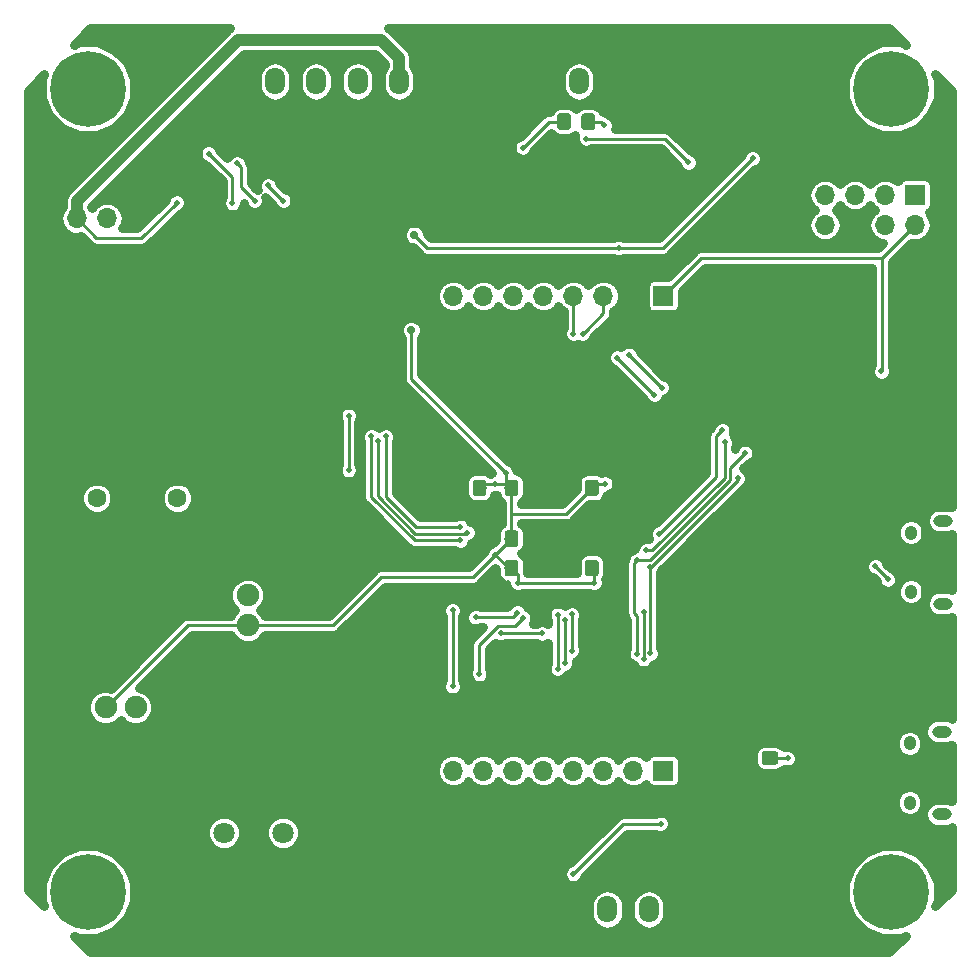
<source format=gbl>
G04 #@! TF.GenerationSoftware,KiCad,Pcbnew,(5.0.0)*
G04 #@! TF.CreationDate,2019-07-14T20:37:54+10:00*
G04 #@! TF.ProjectId,reflow-oven-rev-001,7265666C6F772D6F76656E2D7265762D,A*
G04 #@! TF.SameCoordinates,Original*
G04 #@! TF.FileFunction,Copper,L2,Bot,Signal*
G04 #@! TF.FilePolarity,Positive*
%FSLAX46Y46*%
G04 Gerber Fmt 4.6, Leading zero omitted, Abs format (unit mm)*
G04 Created by KiCad (PCBNEW (5.0.0)) date 07/14/19 20:37:54*
%MOMM*%
%LPD*%
G01*
G04 APERTURE LIST*
G04 #@! TA.AperFunction,ComponentPad*
%ADD10O,1.700000X1.700000*%
G04 #@! TD*
G04 #@! TA.AperFunction,ComponentPad*
%ADD11R,1.700000X1.700000*%
G04 #@! TD*
G04 #@! TA.AperFunction,ComponentPad*
%ADD12C,6.400000*%
G04 #@! TD*
G04 #@! TA.AperFunction,ComponentPad*
%ADD13O,1.050000X1.200000*%
G04 #@! TD*
G04 #@! TA.AperFunction,ComponentPad*
%ADD14O,1.650000X1.000000*%
G04 #@! TD*
G04 #@! TA.AperFunction,ComponentPad*
%ADD15O,1.700000X2.300000*%
G04 #@! TD*
G04 #@! TA.AperFunction,ComponentPad*
%ADD16C,1.800000*%
G04 #@! TD*
G04 #@! TA.AperFunction,Conductor*
%ADD17C,0.150000*%
G04 #@! TD*
G04 #@! TA.AperFunction,SMDPad,CuDef*
%ADD18C,1.150000*%
G04 #@! TD*
G04 #@! TA.AperFunction,ComponentPad*
%ADD19C,1.900000*%
G04 #@! TD*
G04 #@! TA.AperFunction,ComponentPad*
%ADD20C,2.100000*%
G04 #@! TD*
G04 #@! TA.AperFunction,ComponentPad*
%ADD21C,1.600000*%
G04 #@! TD*
G04 #@! TA.AperFunction,ViaPad*
%ADD22C,0.700000*%
G04 #@! TD*
G04 #@! TA.AperFunction,ViaPad*
%ADD23C,0.500000*%
G04 #@! TD*
G04 #@! TA.AperFunction,Conductor*
%ADD24C,0.250000*%
G04 #@! TD*
G04 #@! TA.AperFunction,Conductor*
%ADD25C,1.000000*%
G04 #@! TD*
G04 #@! TA.AperFunction,Conductor*
%ADD26C,0.800000*%
G04 #@! TD*
G04 APERTURE END LIST*
D10*
G04 #@! TO.P,J111,8*
G04 #@! TO.N,Net-(J111-Pad8)*
X74920000Y-101750000D03*
G04 #@! TO.P,J111,7*
G04 #@! TO.N,Net-(J111-Pad7)*
X77460000Y-101750000D03*
G04 #@! TO.P,J111,6*
G04 #@! TO.N,Net-(J111-Pad6)*
X80000000Y-101750000D03*
G04 #@! TO.P,J111,5*
G04 #@! TO.N,Net-(J111-Pad5)*
X82540000Y-101750000D03*
G04 #@! TO.P,J111,4*
G04 #@! TO.N,Net-(J111-Pad4)*
X85080000Y-101750000D03*
G04 #@! TO.P,J111,3*
G04 #@! TO.N,Net-(J111-Pad3)*
X87620000Y-101750000D03*
G04 #@! TO.P,J111,2*
G04 #@! TO.N,Net-(J111-Pad2)*
X90160000Y-101750000D03*
D11*
G04 #@! TO.P,J111,1*
G04 #@! TO.N,Net-(J111-Pad1)*
X92700000Y-101750000D03*
G04 #@! TD*
G04 #@! TO.P,J110,1*
G04 #@! TO.N,+3V3*
X92700000Y-61550000D03*
D10*
G04 #@! TO.P,J110,2*
G04 #@! TO.N,GND*
X90160000Y-61550000D03*
G04 #@! TO.P,J110,3*
G04 #@! TO.N,/~LCD_CS*
X87620000Y-61550000D03*
G04 #@! TO.P,J110,4*
G04 #@! TO.N,/~LCD_RST*
X85080000Y-61550000D03*
G04 #@! TO.P,J110,5*
G04 #@! TO.N,/LCD_MODE*
X82540000Y-61550000D03*
G04 #@! TO.P,J110,6*
G04 #@! TO.N,/LCD_MOSI*
X80000000Y-61550000D03*
G04 #@! TO.P,J110,7*
G04 #@! TO.N,/LCD_SCLK*
X77460000Y-61550000D03*
G04 #@! TO.P,J110,8*
G04 #@! TO.N,Net-(J110-Pad8)*
X74920000Y-61550000D03*
G04 #@! TD*
D12*
G04 #@! TO.P,MH104,1*
G04 #@! TO.N,N/C*
X112000000Y-112000000D03*
G04 #@! TD*
G04 #@! TO.P,MH101,1*
G04 #@! TO.N,N/C*
X112000000Y-44000000D03*
G04 #@! TD*
G04 #@! TO.P,MH103,1*
G04 #@! TO.N,N/C*
X44000000Y-112000000D03*
G04 #@! TD*
G04 #@! TO.P,MH102,1*
G04 #@! TO.N,N/C*
X44000000Y-44000000D03*
G04 #@! TD*
D13*
G04 #@! TO.P,J112,6*
G04 #@! TO.N,Net-(J112-Pad6)*
X113550000Y-104450000D03*
X113550000Y-99450000D03*
D14*
X116250000Y-105450000D03*
X116250000Y-98450000D03*
G04 #@! TD*
D11*
G04 #@! TO.P,J107,1*
G04 #@! TO.N,/JTDO_TRACESWO*
X114000000Y-53000000D03*
D10*
G04 #@! TO.P,J107,2*
G04 #@! TO.N,+3V3*
X114000000Y-55540000D03*
G04 #@! TO.P,J107,3*
G04 #@! TO.N,/JTDI*
X111460000Y-53000000D03*
G04 #@! TO.P,J107,4*
G04 #@! TO.N,/JTRST*
X111460000Y-55540000D03*
G04 #@! TO.P,J107,5*
G04 #@! TO.N,/JTCK_SWCLK*
X108920000Y-53000000D03*
G04 #@! TO.P,J107,6*
G04 #@! TO.N,GND*
X108920000Y-55540000D03*
G04 #@! TO.P,J107,7*
G04 #@! TO.N,/JTMS_SWDIO*
X106380000Y-53000000D03*
G04 #@! TO.P,J107,8*
G04 #@! TO.N,/NRST*
X106380000Y-55540000D03*
G04 #@! TD*
D14*
G04 #@! TO.P,J109,6*
G04 #@! TO.N,Net-(J109-Pad6)*
X116350000Y-80600000D03*
X116350000Y-87600000D03*
D13*
X113650000Y-81600000D03*
X113650000Y-86600000D03*
G04 #@! TD*
D15*
G04 #@! TO.P,J104,1*
G04 #@! TO.N,GND*
X89050000Y-43400000D03*
G04 #@! TO.P,J104,2*
G04 #@! TO.N,Net-(C102-Pad1)*
X85550000Y-43400000D03*
G04 #@! TD*
G04 #@! TO.P,J106,1*
G04 #@! TO.N,Net-(C113-Pad1)*
X87950000Y-113500000D03*
G04 #@! TO.P,J106,2*
G04 #@! TO.N,Net-(C113-Pad2)*
X91450000Y-113500000D03*
G04 #@! TD*
G04 #@! TO.P,J101,1*
G04 #@! TO.N,+5V*
X70300000Y-43400000D03*
G04 #@! TO.P,J101,2*
G04 #@! TO.N,/RELAY_RET_1*
X66800000Y-43400000D03*
G04 #@! TO.P,J101,3*
G04 #@! TO.N,/RELAY_RET_2*
X63300000Y-43400000D03*
G04 #@! TO.P,J101,4*
G04 #@! TO.N,Net-(J101-Pad4)*
X59800000Y-43400000D03*
G04 #@! TD*
D16*
G04 #@! TO.P,BZ101,2*
G04 #@! TO.N,Net-(BZ101-Pad2)*
X60500000Y-107000000D03*
G04 #@! TO.P,BZ101,1*
G04 #@! TO.N,+5V*
X55500000Y-107000000D03*
G04 #@! TD*
D17*
G04 #@! TO.N,Net-(C101-Pad2)*
G04 #@! TO.C,C101*
G36*
X84624505Y-46101204D02*
X84648773Y-46104804D01*
X84672572Y-46110765D01*
X84695671Y-46119030D01*
X84717850Y-46129520D01*
X84738893Y-46142132D01*
X84758599Y-46156747D01*
X84776777Y-46173223D01*
X84793253Y-46191401D01*
X84807868Y-46211107D01*
X84820480Y-46232150D01*
X84830970Y-46254329D01*
X84839235Y-46277428D01*
X84845196Y-46301227D01*
X84848796Y-46325495D01*
X84850000Y-46349999D01*
X84850000Y-47250001D01*
X84848796Y-47274505D01*
X84845196Y-47298773D01*
X84839235Y-47322572D01*
X84830970Y-47345671D01*
X84820480Y-47367850D01*
X84807868Y-47388893D01*
X84793253Y-47408599D01*
X84776777Y-47426777D01*
X84758599Y-47443253D01*
X84738893Y-47457868D01*
X84717850Y-47470480D01*
X84695671Y-47480970D01*
X84672572Y-47489235D01*
X84648773Y-47495196D01*
X84624505Y-47498796D01*
X84600001Y-47500000D01*
X83949999Y-47500000D01*
X83925495Y-47498796D01*
X83901227Y-47495196D01*
X83877428Y-47489235D01*
X83854329Y-47480970D01*
X83832150Y-47470480D01*
X83811107Y-47457868D01*
X83791401Y-47443253D01*
X83773223Y-47426777D01*
X83756747Y-47408599D01*
X83742132Y-47388893D01*
X83729520Y-47367850D01*
X83719030Y-47345671D01*
X83710765Y-47322572D01*
X83704804Y-47298773D01*
X83701204Y-47274505D01*
X83700000Y-47250001D01*
X83700000Y-46349999D01*
X83701204Y-46325495D01*
X83704804Y-46301227D01*
X83710765Y-46277428D01*
X83719030Y-46254329D01*
X83729520Y-46232150D01*
X83742132Y-46211107D01*
X83756747Y-46191401D01*
X83773223Y-46173223D01*
X83791401Y-46156747D01*
X83811107Y-46142132D01*
X83832150Y-46129520D01*
X83854329Y-46119030D01*
X83877428Y-46110765D01*
X83901227Y-46104804D01*
X83925495Y-46101204D01*
X83949999Y-46100000D01*
X84600001Y-46100000D01*
X84624505Y-46101204D01*
X84624505Y-46101204D01*
G37*
D18*
G04 #@! TD*
G04 #@! TO.P,C101,2*
G04 #@! TO.N,Net-(C101-Pad2)*
X84275000Y-46800000D03*
D17*
G04 #@! TO.N,Net-(C101-Pad1)*
G04 #@! TO.C,C101*
G36*
X86674505Y-46101204D02*
X86698773Y-46104804D01*
X86722572Y-46110765D01*
X86745671Y-46119030D01*
X86767850Y-46129520D01*
X86788893Y-46142132D01*
X86808599Y-46156747D01*
X86826777Y-46173223D01*
X86843253Y-46191401D01*
X86857868Y-46211107D01*
X86870480Y-46232150D01*
X86880970Y-46254329D01*
X86889235Y-46277428D01*
X86895196Y-46301227D01*
X86898796Y-46325495D01*
X86900000Y-46349999D01*
X86900000Y-47250001D01*
X86898796Y-47274505D01*
X86895196Y-47298773D01*
X86889235Y-47322572D01*
X86880970Y-47345671D01*
X86870480Y-47367850D01*
X86857868Y-47388893D01*
X86843253Y-47408599D01*
X86826777Y-47426777D01*
X86808599Y-47443253D01*
X86788893Y-47457868D01*
X86767850Y-47470480D01*
X86745671Y-47480970D01*
X86722572Y-47489235D01*
X86698773Y-47495196D01*
X86674505Y-47498796D01*
X86650001Y-47500000D01*
X85999999Y-47500000D01*
X85975495Y-47498796D01*
X85951227Y-47495196D01*
X85927428Y-47489235D01*
X85904329Y-47480970D01*
X85882150Y-47470480D01*
X85861107Y-47457868D01*
X85841401Y-47443253D01*
X85823223Y-47426777D01*
X85806747Y-47408599D01*
X85792132Y-47388893D01*
X85779520Y-47367850D01*
X85769030Y-47345671D01*
X85760765Y-47322572D01*
X85754804Y-47298773D01*
X85751204Y-47274505D01*
X85750000Y-47250001D01*
X85750000Y-46349999D01*
X85751204Y-46325495D01*
X85754804Y-46301227D01*
X85760765Y-46277428D01*
X85769030Y-46254329D01*
X85779520Y-46232150D01*
X85792132Y-46211107D01*
X85806747Y-46191401D01*
X85823223Y-46173223D01*
X85841401Y-46156747D01*
X85861107Y-46142132D01*
X85882150Y-46129520D01*
X85904329Y-46119030D01*
X85927428Y-46110765D01*
X85951227Y-46104804D01*
X85975495Y-46101204D01*
X85999999Y-46100000D01*
X86650001Y-46100000D01*
X86674505Y-46101204D01*
X86674505Y-46101204D01*
G37*
D18*
G04 #@! TD*
G04 #@! TO.P,C101,1*
G04 #@! TO.N,Net-(C101-Pad1)*
X86325000Y-46800000D03*
D17*
G04 #@! TO.N,GND*
G04 #@! TO.C,C107*
G36*
X82224505Y-77101204D02*
X82248773Y-77104804D01*
X82272572Y-77110765D01*
X82295671Y-77119030D01*
X82317850Y-77129520D01*
X82338893Y-77142132D01*
X82358599Y-77156747D01*
X82376777Y-77173223D01*
X82393253Y-77191401D01*
X82407868Y-77211107D01*
X82420480Y-77232150D01*
X82430970Y-77254329D01*
X82439235Y-77277428D01*
X82445196Y-77301227D01*
X82448796Y-77325495D01*
X82450000Y-77349999D01*
X82450000Y-78250001D01*
X82448796Y-78274505D01*
X82445196Y-78298773D01*
X82439235Y-78322572D01*
X82430970Y-78345671D01*
X82420480Y-78367850D01*
X82407868Y-78388893D01*
X82393253Y-78408599D01*
X82376777Y-78426777D01*
X82358599Y-78443253D01*
X82338893Y-78457868D01*
X82317850Y-78470480D01*
X82295671Y-78480970D01*
X82272572Y-78489235D01*
X82248773Y-78495196D01*
X82224505Y-78498796D01*
X82200001Y-78500000D01*
X81549999Y-78500000D01*
X81525495Y-78498796D01*
X81501227Y-78495196D01*
X81477428Y-78489235D01*
X81454329Y-78480970D01*
X81432150Y-78470480D01*
X81411107Y-78457868D01*
X81391401Y-78443253D01*
X81373223Y-78426777D01*
X81356747Y-78408599D01*
X81342132Y-78388893D01*
X81329520Y-78367850D01*
X81319030Y-78345671D01*
X81310765Y-78322572D01*
X81304804Y-78298773D01*
X81301204Y-78274505D01*
X81300000Y-78250001D01*
X81300000Y-77349999D01*
X81301204Y-77325495D01*
X81304804Y-77301227D01*
X81310765Y-77277428D01*
X81319030Y-77254329D01*
X81329520Y-77232150D01*
X81342132Y-77211107D01*
X81356747Y-77191401D01*
X81373223Y-77173223D01*
X81391401Y-77156747D01*
X81411107Y-77142132D01*
X81432150Y-77129520D01*
X81454329Y-77119030D01*
X81477428Y-77110765D01*
X81501227Y-77104804D01*
X81525495Y-77101204D01*
X81549999Y-77100000D01*
X82200001Y-77100000D01*
X82224505Y-77101204D01*
X82224505Y-77101204D01*
G37*
D18*
G04 #@! TD*
G04 #@! TO.P,C107,2*
G04 #@! TO.N,GND*
X81875000Y-77800000D03*
D17*
G04 #@! TO.N,+3V3*
G04 #@! TO.C,C107*
G36*
X80174505Y-77101204D02*
X80198773Y-77104804D01*
X80222572Y-77110765D01*
X80245671Y-77119030D01*
X80267850Y-77129520D01*
X80288893Y-77142132D01*
X80308599Y-77156747D01*
X80326777Y-77173223D01*
X80343253Y-77191401D01*
X80357868Y-77211107D01*
X80370480Y-77232150D01*
X80380970Y-77254329D01*
X80389235Y-77277428D01*
X80395196Y-77301227D01*
X80398796Y-77325495D01*
X80400000Y-77349999D01*
X80400000Y-78250001D01*
X80398796Y-78274505D01*
X80395196Y-78298773D01*
X80389235Y-78322572D01*
X80380970Y-78345671D01*
X80370480Y-78367850D01*
X80357868Y-78388893D01*
X80343253Y-78408599D01*
X80326777Y-78426777D01*
X80308599Y-78443253D01*
X80288893Y-78457868D01*
X80267850Y-78470480D01*
X80245671Y-78480970D01*
X80222572Y-78489235D01*
X80198773Y-78495196D01*
X80174505Y-78498796D01*
X80150001Y-78500000D01*
X79499999Y-78500000D01*
X79475495Y-78498796D01*
X79451227Y-78495196D01*
X79427428Y-78489235D01*
X79404329Y-78480970D01*
X79382150Y-78470480D01*
X79361107Y-78457868D01*
X79341401Y-78443253D01*
X79323223Y-78426777D01*
X79306747Y-78408599D01*
X79292132Y-78388893D01*
X79279520Y-78367850D01*
X79269030Y-78345671D01*
X79260765Y-78322572D01*
X79254804Y-78298773D01*
X79251204Y-78274505D01*
X79250000Y-78250001D01*
X79250000Y-77349999D01*
X79251204Y-77325495D01*
X79254804Y-77301227D01*
X79260765Y-77277428D01*
X79269030Y-77254329D01*
X79279520Y-77232150D01*
X79292132Y-77211107D01*
X79306747Y-77191401D01*
X79323223Y-77173223D01*
X79341401Y-77156747D01*
X79361107Y-77142132D01*
X79382150Y-77129520D01*
X79404329Y-77119030D01*
X79427428Y-77110765D01*
X79451227Y-77104804D01*
X79475495Y-77101204D01*
X79499999Y-77100000D01*
X80150001Y-77100000D01*
X80174505Y-77101204D01*
X80174505Y-77101204D01*
G37*
D18*
G04 #@! TD*
G04 #@! TO.P,C107,1*
G04 #@! TO.N,+3V3*
X79825000Y-77800000D03*
D17*
G04 #@! TO.N,+3V3*
G04 #@! TO.C,C108*
G36*
X80174505Y-81401204D02*
X80198773Y-81404804D01*
X80222572Y-81410765D01*
X80245671Y-81419030D01*
X80267850Y-81429520D01*
X80288893Y-81442132D01*
X80308599Y-81456747D01*
X80326777Y-81473223D01*
X80343253Y-81491401D01*
X80357868Y-81511107D01*
X80370480Y-81532150D01*
X80380970Y-81554329D01*
X80389235Y-81577428D01*
X80395196Y-81601227D01*
X80398796Y-81625495D01*
X80400000Y-81649999D01*
X80400000Y-82550001D01*
X80398796Y-82574505D01*
X80395196Y-82598773D01*
X80389235Y-82622572D01*
X80380970Y-82645671D01*
X80370480Y-82667850D01*
X80357868Y-82688893D01*
X80343253Y-82708599D01*
X80326777Y-82726777D01*
X80308599Y-82743253D01*
X80288893Y-82757868D01*
X80267850Y-82770480D01*
X80245671Y-82780970D01*
X80222572Y-82789235D01*
X80198773Y-82795196D01*
X80174505Y-82798796D01*
X80150001Y-82800000D01*
X79499999Y-82800000D01*
X79475495Y-82798796D01*
X79451227Y-82795196D01*
X79427428Y-82789235D01*
X79404329Y-82780970D01*
X79382150Y-82770480D01*
X79361107Y-82757868D01*
X79341401Y-82743253D01*
X79323223Y-82726777D01*
X79306747Y-82708599D01*
X79292132Y-82688893D01*
X79279520Y-82667850D01*
X79269030Y-82645671D01*
X79260765Y-82622572D01*
X79254804Y-82598773D01*
X79251204Y-82574505D01*
X79250000Y-82550001D01*
X79250000Y-81649999D01*
X79251204Y-81625495D01*
X79254804Y-81601227D01*
X79260765Y-81577428D01*
X79269030Y-81554329D01*
X79279520Y-81532150D01*
X79292132Y-81511107D01*
X79306747Y-81491401D01*
X79323223Y-81473223D01*
X79341401Y-81456747D01*
X79361107Y-81442132D01*
X79382150Y-81429520D01*
X79404329Y-81419030D01*
X79427428Y-81410765D01*
X79451227Y-81404804D01*
X79475495Y-81401204D01*
X79499999Y-81400000D01*
X80150001Y-81400000D01*
X80174505Y-81401204D01*
X80174505Y-81401204D01*
G37*
D18*
G04 #@! TD*
G04 #@! TO.P,C108,1*
G04 #@! TO.N,+3V3*
X79825000Y-82100000D03*
D17*
G04 #@! TO.N,GND*
G04 #@! TO.C,C108*
G36*
X82224505Y-81401204D02*
X82248773Y-81404804D01*
X82272572Y-81410765D01*
X82295671Y-81419030D01*
X82317850Y-81429520D01*
X82338893Y-81442132D01*
X82358599Y-81456747D01*
X82376777Y-81473223D01*
X82393253Y-81491401D01*
X82407868Y-81511107D01*
X82420480Y-81532150D01*
X82430970Y-81554329D01*
X82439235Y-81577428D01*
X82445196Y-81601227D01*
X82448796Y-81625495D01*
X82450000Y-81649999D01*
X82450000Y-82550001D01*
X82448796Y-82574505D01*
X82445196Y-82598773D01*
X82439235Y-82622572D01*
X82430970Y-82645671D01*
X82420480Y-82667850D01*
X82407868Y-82688893D01*
X82393253Y-82708599D01*
X82376777Y-82726777D01*
X82358599Y-82743253D01*
X82338893Y-82757868D01*
X82317850Y-82770480D01*
X82295671Y-82780970D01*
X82272572Y-82789235D01*
X82248773Y-82795196D01*
X82224505Y-82798796D01*
X82200001Y-82800000D01*
X81549999Y-82800000D01*
X81525495Y-82798796D01*
X81501227Y-82795196D01*
X81477428Y-82789235D01*
X81454329Y-82780970D01*
X81432150Y-82770480D01*
X81411107Y-82757868D01*
X81391401Y-82743253D01*
X81373223Y-82726777D01*
X81356747Y-82708599D01*
X81342132Y-82688893D01*
X81329520Y-82667850D01*
X81319030Y-82645671D01*
X81310765Y-82622572D01*
X81304804Y-82598773D01*
X81301204Y-82574505D01*
X81300000Y-82550001D01*
X81300000Y-81649999D01*
X81301204Y-81625495D01*
X81304804Y-81601227D01*
X81310765Y-81577428D01*
X81319030Y-81554329D01*
X81329520Y-81532150D01*
X81342132Y-81511107D01*
X81356747Y-81491401D01*
X81373223Y-81473223D01*
X81391401Y-81456747D01*
X81411107Y-81442132D01*
X81432150Y-81429520D01*
X81454329Y-81419030D01*
X81477428Y-81410765D01*
X81501227Y-81404804D01*
X81525495Y-81401204D01*
X81549999Y-81400000D01*
X82200001Y-81400000D01*
X82224505Y-81401204D01*
X82224505Y-81401204D01*
G37*
D18*
G04 #@! TD*
G04 #@! TO.P,C108,2*
G04 #@! TO.N,GND*
X81875000Y-82100000D03*
D17*
G04 #@! TO.N,GND*
G04 #@! TO.C,C109*
G36*
X82224505Y-83901204D02*
X82248773Y-83904804D01*
X82272572Y-83910765D01*
X82295671Y-83919030D01*
X82317850Y-83929520D01*
X82338893Y-83942132D01*
X82358599Y-83956747D01*
X82376777Y-83973223D01*
X82393253Y-83991401D01*
X82407868Y-84011107D01*
X82420480Y-84032150D01*
X82430970Y-84054329D01*
X82439235Y-84077428D01*
X82445196Y-84101227D01*
X82448796Y-84125495D01*
X82450000Y-84149999D01*
X82450000Y-85050001D01*
X82448796Y-85074505D01*
X82445196Y-85098773D01*
X82439235Y-85122572D01*
X82430970Y-85145671D01*
X82420480Y-85167850D01*
X82407868Y-85188893D01*
X82393253Y-85208599D01*
X82376777Y-85226777D01*
X82358599Y-85243253D01*
X82338893Y-85257868D01*
X82317850Y-85270480D01*
X82295671Y-85280970D01*
X82272572Y-85289235D01*
X82248773Y-85295196D01*
X82224505Y-85298796D01*
X82200001Y-85300000D01*
X81549999Y-85300000D01*
X81525495Y-85298796D01*
X81501227Y-85295196D01*
X81477428Y-85289235D01*
X81454329Y-85280970D01*
X81432150Y-85270480D01*
X81411107Y-85257868D01*
X81391401Y-85243253D01*
X81373223Y-85226777D01*
X81356747Y-85208599D01*
X81342132Y-85188893D01*
X81329520Y-85167850D01*
X81319030Y-85145671D01*
X81310765Y-85122572D01*
X81304804Y-85098773D01*
X81301204Y-85074505D01*
X81300000Y-85050001D01*
X81300000Y-84149999D01*
X81301204Y-84125495D01*
X81304804Y-84101227D01*
X81310765Y-84077428D01*
X81319030Y-84054329D01*
X81329520Y-84032150D01*
X81342132Y-84011107D01*
X81356747Y-83991401D01*
X81373223Y-83973223D01*
X81391401Y-83956747D01*
X81411107Y-83942132D01*
X81432150Y-83929520D01*
X81454329Y-83919030D01*
X81477428Y-83910765D01*
X81501227Y-83904804D01*
X81525495Y-83901204D01*
X81549999Y-83900000D01*
X82200001Y-83900000D01*
X82224505Y-83901204D01*
X82224505Y-83901204D01*
G37*
D18*
G04 #@! TD*
G04 #@! TO.P,C109,2*
G04 #@! TO.N,GND*
X81875000Y-84600000D03*
D17*
G04 #@! TO.N,+3V3*
G04 #@! TO.C,C109*
G36*
X80174505Y-83901204D02*
X80198773Y-83904804D01*
X80222572Y-83910765D01*
X80245671Y-83919030D01*
X80267850Y-83929520D01*
X80288893Y-83942132D01*
X80308599Y-83956747D01*
X80326777Y-83973223D01*
X80343253Y-83991401D01*
X80357868Y-84011107D01*
X80370480Y-84032150D01*
X80380970Y-84054329D01*
X80389235Y-84077428D01*
X80395196Y-84101227D01*
X80398796Y-84125495D01*
X80400000Y-84149999D01*
X80400000Y-85050001D01*
X80398796Y-85074505D01*
X80395196Y-85098773D01*
X80389235Y-85122572D01*
X80380970Y-85145671D01*
X80370480Y-85167850D01*
X80357868Y-85188893D01*
X80343253Y-85208599D01*
X80326777Y-85226777D01*
X80308599Y-85243253D01*
X80288893Y-85257868D01*
X80267850Y-85270480D01*
X80245671Y-85280970D01*
X80222572Y-85289235D01*
X80198773Y-85295196D01*
X80174505Y-85298796D01*
X80150001Y-85300000D01*
X79499999Y-85300000D01*
X79475495Y-85298796D01*
X79451227Y-85295196D01*
X79427428Y-85289235D01*
X79404329Y-85280970D01*
X79382150Y-85270480D01*
X79361107Y-85257868D01*
X79341401Y-85243253D01*
X79323223Y-85226777D01*
X79306747Y-85208599D01*
X79292132Y-85188893D01*
X79279520Y-85167850D01*
X79269030Y-85145671D01*
X79260765Y-85122572D01*
X79254804Y-85098773D01*
X79251204Y-85074505D01*
X79250000Y-85050001D01*
X79250000Y-84149999D01*
X79251204Y-84125495D01*
X79254804Y-84101227D01*
X79260765Y-84077428D01*
X79269030Y-84054329D01*
X79279520Y-84032150D01*
X79292132Y-84011107D01*
X79306747Y-83991401D01*
X79323223Y-83973223D01*
X79341401Y-83956747D01*
X79361107Y-83942132D01*
X79382150Y-83929520D01*
X79404329Y-83919030D01*
X79427428Y-83910765D01*
X79451227Y-83904804D01*
X79475495Y-83901204D01*
X79499999Y-83900000D01*
X80150001Y-83900000D01*
X80174505Y-83901204D01*
X80174505Y-83901204D01*
G37*
D18*
G04 #@! TD*
G04 #@! TO.P,C109,1*
G04 #@! TO.N,+3V3*
X79825000Y-84600000D03*
D17*
G04 #@! TO.N,+3V3*
G04 #@! TO.C,C110*
G36*
X86974505Y-83901204D02*
X86998773Y-83904804D01*
X87022572Y-83910765D01*
X87045671Y-83919030D01*
X87067850Y-83929520D01*
X87088893Y-83942132D01*
X87108599Y-83956747D01*
X87126777Y-83973223D01*
X87143253Y-83991401D01*
X87157868Y-84011107D01*
X87170480Y-84032150D01*
X87180970Y-84054329D01*
X87189235Y-84077428D01*
X87195196Y-84101227D01*
X87198796Y-84125495D01*
X87200000Y-84149999D01*
X87200000Y-85050001D01*
X87198796Y-85074505D01*
X87195196Y-85098773D01*
X87189235Y-85122572D01*
X87180970Y-85145671D01*
X87170480Y-85167850D01*
X87157868Y-85188893D01*
X87143253Y-85208599D01*
X87126777Y-85226777D01*
X87108599Y-85243253D01*
X87088893Y-85257868D01*
X87067850Y-85270480D01*
X87045671Y-85280970D01*
X87022572Y-85289235D01*
X86998773Y-85295196D01*
X86974505Y-85298796D01*
X86950001Y-85300000D01*
X86299999Y-85300000D01*
X86275495Y-85298796D01*
X86251227Y-85295196D01*
X86227428Y-85289235D01*
X86204329Y-85280970D01*
X86182150Y-85270480D01*
X86161107Y-85257868D01*
X86141401Y-85243253D01*
X86123223Y-85226777D01*
X86106747Y-85208599D01*
X86092132Y-85188893D01*
X86079520Y-85167850D01*
X86069030Y-85145671D01*
X86060765Y-85122572D01*
X86054804Y-85098773D01*
X86051204Y-85074505D01*
X86050000Y-85050001D01*
X86050000Y-84149999D01*
X86051204Y-84125495D01*
X86054804Y-84101227D01*
X86060765Y-84077428D01*
X86069030Y-84054329D01*
X86079520Y-84032150D01*
X86092132Y-84011107D01*
X86106747Y-83991401D01*
X86123223Y-83973223D01*
X86141401Y-83956747D01*
X86161107Y-83942132D01*
X86182150Y-83929520D01*
X86204329Y-83919030D01*
X86227428Y-83910765D01*
X86251227Y-83904804D01*
X86275495Y-83901204D01*
X86299999Y-83900000D01*
X86950001Y-83900000D01*
X86974505Y-83901204D01*
X86974505Y-83901204D01*
G37*
D18*
G04 #@! TD*
G04 #@! TO.P,C110,1*
G04 #@! TO.N,+3V3*
X86625000Y-84600000D03*
D17*
G04 #@! TO.N,GND*
G04 #@! TO.C,C110*
G36*
X84924505Y-83901204D02*
X84948773Y-83904804D01*
X84972572Y-83910765D01*
X84995671Y-83919030D01*
X85017850Y-83929520D01*
X85038893Y-83942132D01*
X85058599Y-83956747D01*
X85076777Y-83973223D01*
X85093253Y-83991401D01*
X85107868Y-84011107D01*
X85120480Y-84032150D01*
X85130970Y-84054329D01*
X85139235Y-84077428D01*
X85145196Y-84101227D01*
X85148796Y-84125495D01*
X85150000Y-84149999D01*
X85150000Y-85050001D01*
X85148796Y-85074505D01*
X85145196Y-85098773D01*
X85139235Y-85122572D01*
X85130970Y-85145671D01*
X85120480Y-85167850D01*
X85107868Y-85188893D01*
X85093253Y-85208599D01*
X85076777Y-85226777D01*
X85058599Y-85243253D01*
X85038893Y-85257868D01*
X85017850Y-85270480D01*
X84995671Y-85280970D01*
X84972572Y-85289235D01*
X84948773Y-85295196D01*
X84924505Y-85298796D01*
X84900001Y-85300000D01*
X84249999Y-85300000D01*
X84225495Y-85298796D01*
X84201227Y-85295196D01*
X84177428Y-85289235D01*
X84154329Y-85280970D01*
X84132150Y-85270480D01*
X84111107Y-85257868D01*
X84091401Y-85243253D01*
X84073223Y-85226777D01*
X84056747Y-85208599D01*
X84042132Y-85188893D01*
X84029520Y-85167850D01*
X84019030Y-85145671D01*
X84010765Y-85122572D01*
X84004804Y-85098773D01*
X84001204Y-85074505D01*
X84000000Y-85050001D01*
X84000000Y-84149999D01*
X84001204Y-84125495D01*
X84004804Y-84101227D01*
X84010765Y-84077428D01*
X84019030Y-84054329D01*
X84029520Y-84032150D01*
X84042132Y-84011107D01*
X84056747Y-83991401D01*
X84073223Y-83973223D01*
X84091401Y-83956747D01*
X84111107Y-83942132D01*
X84132150Y-83929520D01*
X84154329Y-83919030D01*
X84177428Y-83910765D01*
X84201227Y-83904804D01*
X84225495Y-83901204D01*
X84249999Y-83900000D01*
X84900001Y-83900000D01*
X84924505Y-83901204D01*
X84924505Y-83901204D01*
G37*
D18*
G04 #@! TD*
G04 #@! TO.P,C110,2*
G04 #@! TO.N,GND*
X84575000Y-84600000D03*
D17*
G04 #@! TO.N,+3V3*
G04 #@! TO.C,C111*
G36*
X86974505Y-77101204D02*
X86998773Y-77104804D01*
X87022572Y-77110765D01*
X87045671Y-77119030D01*
X87067850Y-77129520D01*
X87088893Y-77142132D01*
X87108599Y-77156747D01*
X87126777Y-77173223D01*
X87143253Y-77191401D01*
X87157868Y-77211107D01*
X87170480Y-77232150D01*
X87180970Y-77254329D01*
X87189235Y-77277428D01*
X87195196Y-77301227D01*
X87198796Y-77325495D01*
X87200000Y-77349999D01*
X87200000Y-78250001D01*
X87198796Y-78274505D01*
X87195196Y-78298773D01*
X87189235Y-78322572D01*
X87180970Y-78345671D01*
X87170480Y-78367850D01*
X87157868Y-78388893D01*
X87143253Y-78408599D01*
X87126777Y-78426777D01*
X87108599Y-78443253D01*
X87088893Y-78457868D01*
X87067850Y-78470480D01*
X87045671Y-78480970D01*
X87022572Y-78489235D01*
X86998773Y-78495196D01*
X86974505Y-78498796D01*
X86950001Y-78500000D01*
X86299999Y-78500000D01*
X86275495Y-78498796D01*
X86251227Y-78495196D01*
X86227428Y-78489235D01*
X86204329Y-78480970D01*
X86182150Y-78470480D01*
X86161107Y-78457868D01*
X86141401Y-78443253D01*
X86123223Y-78426777D01*
X86106747Y-78408599D01*
X86092132Y-78388893D01*
X86079520Y-78367850D01*
X86069030Y-78345671D01*
X86060765Y-78322572D01*
X86054804Y-78298773D01*
X86051204Y-78274505D01*
X86050000Y-78250001D01*
X86050000Y-77349999D01*
X86051204Y-77325495D01*
X86054804Y-77301227D01*
X86060765Y-77277428D01*
X86069030Y-77254329D01*
X86079520Y-77232150D01*
X86092132Y-77211107D01*
X86106747Y-77191401D01*
X86123223Y-77173223D01*
X86141401Y-77156747D01*
X86161107Y-77142132D01*
X86182150Y-77129520D01*
X86204329Y-77119030D01*
X86227428Y-77110765D01*
X86251227Y-77104804D01*
X86275495Y-77101204D01*
X86299999Y-77100000D01*
X86950001Y-77100000D01*
X86974505Y-77101204D01*
X86974505Y-77101204D01*
G37*
D18*
G04 #@! TD*
G04 #@! TO.P,C111,1*
G04 #@! TO.N,+3V3*
X86625000Y-77800000D03*
D17*
G04 #@! TO.N,GND*
G04 #@! TO.C,C111*
G36*
X84924505Y-77101204D02*
X84948773Y-77104804D01*
X84972572Y-77110765D01*
X84995671Y-77119030D01*
X85017850Y-77129520D01*
X85038893Y-77142132D01*
X85058599Y-77156747D01*
X85076777Y-77173223D01*
X85093253Y-77191401D01*
X85107868Y-77211107D01*
X85120480Y-77232150D01*
X85130970Y-77254329D01*
X85139235Y-77277428D01*
X85145196Y-77301227D01*
X85148796Y-77325495D01*
X85150000Y-77349999D01*
X85150000Y-78250001D01*
X85148796Y-78274505D01*
X85145196Y-78298773D01*
X85139235Y-78322572D01*
X85130970Y-78345671D01*
X85120480Y-78367850D01*
X85107868Y-78388893D01*
X85093253Y-78408599D01*
X85076777Y-78426777D01*
X85058599Y-78443253D01*
X85038893Y-78457868D01*
X85017850Y-78470480D01*
X84995671Y-78480970D01*
X84972572Y-78489235D01*
X84948773Y-78495196D01*
X84924505Y-78498796D01*
X84900001Y-78500000D01*
X84249999Y-78500000D01*
X84225495Y-78498796D01*
X84201227Y-78495196D01*
X84177428Y-78489235D01*
X84154329Y-78480970D01*
X84132150Y-78470480D01*
X84111107Y-78457868D01*
X84091401Y-78443253D01*
X84073223Y-78426777D01*
X84056747Y-78408599D01*
X84042132Y-78388893D01*
X84029520Y-78367850D01*
X84019030Y-78345671D01*
X84010765Y-78322572D01*
X84004804Y-78298773D01*
X84001204Y-78274505D01*
X84000000Y-78250001D01*
X84000000Y-77349999D01*
X84001204Y-77325495D01*
X84004804Y-77301227D01*
X84010765Y-77277428D01*
X84019030Y-77254329D01*
X84029520Y-77232150D01*
X84042132Y-77211107D01*
X84056747Y-77191401D01*
X84073223Y-77173223D01*
X84091401Y-77156747D01*
X84111107Y-77142132D01*
X84132150Y-77129520D01*
X84154329Y-77119030D01*
X84177428Y-77110765D01*
X84201227Y-77104804D01*
X84225495Y-77101204D01*
X84249999Y-77100000D01*
X84900001Y-77100000D01*
X84924505Y-77101204D01*
X84924505Y-77101204D01*
G37*
D18*
G04 #@! TD*
G04 #@! TO.P,C111,2*
G04 #@! TO.N,GND*
X84575000Y-77800000D03*
D17*
G04 #@! TO.N,GND*
G04 #@! TO.C,C112*
G36*
X75424505Y-77101204D02*
X75448773Y-77104804D01*
X75472572Y-77110765D01*
X75495671Y-77119030D01*
X75517850Y-77129520D01*
X75538893Y-77142132D01*
X75558599Y-77156747D01*
X75576777Y-77173223D01*
X75593253Y-77191401D01*
X75607868Y-77211107D01*
X75620480Y-77232150D01*
X75630970Y-77254329D01*
X75639235Y-77277428D01*
X75645196Y-77301227D01*
X75648796Y-77325495D01*
X75650000Y-77349999D01*
X75650000Y-78250001D01*
X75648796Y-78274505D01*
X75645196Y-78298773D01*
X75639235Y-78322572D01*
X75630970Y-78345671D01*
X75620480Y-78367850D01*
X75607868Y-78388893D01*
X75593253Y-78408599D01*
X75576777Y-78426777D01*
X75558599Y-78443253D01*
X75538893Y-78457868D01*
X75517850Y-78470480D01*
X75495671Y-78480970D01*
X75472572Y-78489235D01*
X75448773Y-78495196D01*
X75424505Y-78498796D01*
X75400001Y-78500000D01*
X74749999Y-78500000D01*
X74725495Y-78498796D01*
X74701227Y-78495196D01*
X74677428Y-78489235D01*
X74654329Y-78480970D01*
X74632150Y-78470480D01*
X74611107Y-78457868D01*
X74591401Y-78443253D01*
X74573223Y-78426777D01*
X74556747Y-78408599D01*
X74542132Y-78388893D01*
X74529520Y-78367850D01*
X74519030Y-78345671D01*
X74510765Y-78322572D01*
X74504804Y-78298773D01*
X74501204Y-78274505D01*
X74500000Y-78250001D01*
X74500000Y-77349999D01*
X74501204Y-77325495D01*
X74504804Y-77301227D01*
X74510765Y-77277428D01*
X74519030Y-77254329D01*
X74529520Y-77232150D01*
X74542132Y-77211107D01*
X74556747Y-77191401D01*
X74573223Y-77173223D01*
X74591401Y-77156747D01*
X74611107Y-77142132D01*
X74632150Y-77129520D01*
X74654329Y-77119030D01*
X74677428Y-77110765D01*
X74701227Y-77104804D01*
X74725495Y-77101204D01*
X74749999Y-77100000D01*
X75400001Y-77100000D01*
X75424505Y-77101204D01*
X75424505Y-77101204D01*
G37*
D18*
G04 #@! TD*
G04 #@! TO.P,C112,2*
G04 #@! TO.N,GND*
X75075000Y-77800000D03*
D17*
G04 #@! TO.N,+3V3*
G04 #@! TO.C,C112*
G36*
X77474505Y-77101204D02*
X77498773Y-77104804D01*
X77522572Y-77110765D01*
X77545671Y-77119030D01*
X77567850Y-77129520D01*
X77588893Y-77142132D01*
X77608599Y-77156747D01*
X77626777Y-77173223D01*
X77643253Y-77191401D01*
X77657868Y-77211107D01*
X77670480Y-77232150D01*
X77680970Y-77254329D01*
X77689235Y-77277428D01*
X77695196Y-77301227D01*
X77698796Y-77325495D01*
X77700000Y-77349999D01*
X77700000Y-78250001D01*
X77698796Y-78274505D01*
X77695196Y-78298773D01*
X77689235Y-78322572D01*
X77680970Y-78345671D01*
X77670480Y-78367850D01*
X77657868Y-78388893D01*
X77643253Y-78408599D01*
X77626777Y-78426777D01*
X77608599Y-78443253D01*
X77588893Y-78457868D01*
X77567850Y-78470480D01*
X77545671Y-78480970D01*
X77522572Y-78489235D01*
X77498773Y-78495196D01*
X77474505Y-78498796D01*
X77450001Y-78500000D01*
X76799999Y-78500000D01*
X76775495Y-78498796D01*
X76751227Y-78495196D01*
X76727428Y-78489235D01*
X76704329Y-78480970D01*
X76682150Y-78470480D01*
X76661107Y-78457868D01*
X76641401Y-78443253D01*
X76623223Y-78426777D01*
X76606747Y-78408599D01*
X76592132Y-78388893D01*
X76579520Y-78367850D01*
X76569030Y-78345671D01*
X76560765Y-78322572D01*
X76554804Y-78298773D01*
X76551204Y-78274505D01*
X76550000Y-78250001D01*
X76550000Y-77349999D01*
X76551204Y-77325495D01*
X76554804Y-77301227D01*
X76560765Y-77277428D01*
X76569030Y-77254329D01*
X76579520Y-77232150D01*
X76592132Y-77211107D01*
X76606747Y-77191401D01*
X76623223Y-77173223D01*
X76641401Y-77156747D01*
X76661107Y-77142132D01*
X76682150Y-77129520D01*
X76704329Y-77119030D01*
X76727428Y-77110765D01*
X76751227Y-77104804D01*
X76775495Y-77101204D01*
X76799999Y-77100000D01*
X77450001Y-77100000D01*
X77474505Y-77101204D01*
X77474505Y-77101204D01*
G37*
D18*
G04 #@! TD*
G04 #@! TO.P,C112,1*
G04 #@! TO.N,+3V3*
X77125000Y-77800000D03*
D17*
G04 #@! TO.N,GND*
G04 #@! TO.C,C117*
G36*
X102174505Y-98051204D02*
X102198773Y-98054804D01*
X102222572Y-98060765D01*
X102245671Y-98069030D01*
X102267850Y-98079520D01*
X102288893Y-98092132D01*
X102308599Y-98106747D01*
X102326777Y-98123223D01*
X102343253Y-98141401D01*
X102357868Y-98161107D01*
X102370480Y-98182150D01*
X102380970Y-98204329D01*
X102389235Y-98227428D01*
X102395196Y-98251227D01*
X102398796Y-98275495D01*
X102400000Y-98299999D01*
X102400000Y-98950001D01*
X102398796Y-98974505D01*
X102395196Y-98998773D01*
X102389235Y-99022572D01*
X102380970Y-99045671D01*
X102370480Y-99067850D01*
X102357868Y-99088893D01*
X102343253Y-99108599D01*
X102326777Y-99126777D01*
X102308599Y-99143253D01*
X102288893Y-99157868D01*
X102267850Y-99170480D01*
X102245671Y-99180970D01*
X102222572Y-99189235D01*
X102198773Y-99195196D01*
X102174505Y-99198796D01*
X102150001Y-99200000D01*
X101249999Y-99200000D01*
X101225495Y-99198796D01*
X101201227Y-99195196D01*
X101177428Y-99189235D01*
X101154329Y-99180970D01*
X101132150Y-99170480D01*
X101111107Y-99157868D01*
X101091401Y-99143253D01*
X101073223Y-99126777D01*
X101056747Y-99108599D01*
X101042132Y-99088893D01*
X101029520Y-99067850D01*
X101019030Y-99045671D01*
X101010765Y-99022572D01*
X101004804Y-98998773D01*
X101001204Y-98974505D01*
X101000000Y-98950001D01*
X101000000Y-98299999D01*
X101001204Y-98275495D01*
X101004804Y-98251227D01*
X101010765Y-98227428D01*
X101019030Y-98204329D01*
X101029520Y-98182150D01*
X101042132Y-98161107D01*
X101056747Y-98141401D01*
X101073223Y-98123223D01*
X101091401Y-98106747D01*
X101111107Y-98092132D01*
X101132150Y-98079520D01*
X101154329Y-98069030D01*
X101177428Y-98060765D01*
X101201227Y-98054804D01*
X101225495Y-98051204D01*
X101249999Y-98050000D01*
X102150001Y-98050000D01*
X102174505Y-98051204D01*
X102174505Y-98051204D01*
G37*
D18*
G04 #@! TD*
G04 #@! TO.P,C117,1*
G04 #@! TO.N,GND*
X101700000Y-98625000D03*
D17*
G04 #@! TO.N,Net-(C117-Pad2)*
G04 #@! TO.C,C117*
G36*
X102174505Y-100101204D02*
X102198773Y-100104804D01*
X102222572Y-100110765D01*
X102245671Y-100119030D01*
X102267850Y-100129520D01*
X102288893Y-100142132D01*
X102308599Y-100156747D01*
X102326777Y-100173223D01*
X102343253Y-100191401D01*
X102357868Y-100211107D01*
X102370480Y-100232150D01*
X102380970Y-100254329D01*
X102389235Y-100277428D01*
X102395196Y-100301227D01*
X102398796Y-100325495D01*
X102400000Y-100349999D01*
X102400000Y-101000001D01*
X102398796Y-101024505D01*
X102395196Y-101048773D01*
X102389235Y-101072572D01*
X102380970Y-101095671D01*
X102370480Y-101117850D01*
X102357868Y-101138893D01*
X102343253Y-101158599D01*
X102326777Y-101176777D01*
X102308599Y-101193253D01*
X102288893Y-101207868D01*
X102267850Y-101220480D01*
X102245671Y-101230970D01*
X102222572Y-101239235D01*
X102198773Y-101245196D01*
X102174505Y-101248796D01*
X102150001Y-101250000D01*
X101249999Y-101250000D01*
X101225495Y-101248796D01*
X101201227Y-101245196D01*
X101177428Y-101239235D01*
X101154329Y-101230970D01*
X101132150Y-101220480D01*
X101111107Y-101207868D01*
X101091401Y-101193253D01*
X101073223Y-101176777D01*
X101056747Y-101158599D01*
X101042132Y-101138893D01*
X101029520Y-101117850D01*
X101019030Y-101095671D01*
X101010765Y-101072572D01*
X101004804Y-101048773D01*
X101001204Y-101024505D01*
X101000000Y-101000001D01*
X101000000Y-100349999D01*
X101001204Y-100325495D01*
X101004804Y-100301227D01*
X101010765Y-100277428D01*
X101019030Y-100254329D01*
X101029520Y-100232150D01*
X101042132Y-100211107D01*
X101056747Y-100191401D01*
X101073223Y-100173223D01*
X101091401Y-100156747D01*
X101111107Y-100142132D01*
X101132150Y-100129520D01*
X101154329Y-100119030D01*
X101177428Y-100110765D01*
X101201227Y-100104804D01*
X101225495Y-100101204D01*
X101249999Y-100100000D01*
X102150001Y-100100000D01*
X102174505Y-100101204D01*
X102174505Y-100101204D01*
G37*
D18*
G04 #@! TD*
G04 #@! TO.P,C117,2*
G04 #@! TO.N,Net-(C117-Pad2)*
X101700000Y-100675000D03*
D19*
G04 #@! TO.P,H101,4*
G04 #@! TO.N,+3V3*
X57500000Y-89440000D03*
D20*
G04 #@! TO.P,H101,9*
G04 #@! TO.N,GND*
X55700000Y-94350000D03*
D21*
G04 #@! TO.P,H101,7*
G04 #@! TO.N,/JOYSTICK_BTN*
X51550000Y-78700000D03*
X44700000Y-78700000D03*
G04 #@! TO.P,H101,8*
G04 #@! TO.N,GND*
X44700000Y-74400000D03*
X51550000Y-74400000D03*
D19*
G04 #@! TO.P,H101,5*
G04 #@! TO.N,/JOYSTICK_Y*
X57500000Y-86900000D03*
G04 #@! TO.P,H101,6*
G04 #@! TO.N,GND*
X57500000Y-84360000D03*
G04 #@! TO.P,H101,2*
G04 #@! TO.N,/JOYSTICK_X*
X48000000Y-96400000D03*
G04 #@! TO.P,H101,3*
G04 #@! TO.N,GND*
X50540000Y-96400000D03*
G04 #@! TO.P,H101,1*
G04 #@! TO.N,+3V3*
X45460000Y-96400000D03*
D20*
G04 #@! TO.P,H101,9*
G04 #@! TO.N,GND*
X40300000Y-94300000D03*
X40300000Y-79500000D03*
X55700000Y-79500000D03*
G04 #@! TD*
D11*
G04 #@! TO.P,J105,1*
G04 #@! TO.N,GND*
X40500000Y-55000000D03*
D10*
G04 #@! TO.P,J105,2*
G04 #@! TO.N,+5V*
X43040000Y-55000000D03*
G04 #@! TO.P,J105,3*
G04 #@! TO.N,Net-(J105-Pad3)*
X45580000Y-55000000D03*
G04 #@! TD*
D22*
G04 #@! TO.N,+5V*
X71600000Y-56400000D03*
D23*
X88900000Y-57500000D03*
X100250000Y-49900000D03*
X51500000Y-53650000D03*
G04 #@! TO.N,Net-(C101-Pad2)*
X80800000Y-49000000D03*
G04 #@! TO.N,Net-(C101-Pad1)*
X87700000Y-47100000D03*
G04 #@! TO.N,Net-(C102-Pad1)*
X94800000Y-50250000D03*
X86150000Y-48250000D03*
D22*
G04 #@! TO.N,GND*
X66650000Y-49200000D03*
D23*
X71450000Y-79800000D03*
D22*
X55350000Y-52250000D03*
X73950000Y-79750000D03*
X48150000Y-53500000D03*
X66950000Y-78200000D03*
X53950000Y-58400000D03*
X53900000Y-62650000D03*
X53900000Y-66650000D03*
X81400000Y-68750000D03*
D23*
X76250000Y-82950000D03*
D22*
X111650000Y-100650000D03*
X106450000Y-100000000D03*
X100500000Y-87500000D03*
X111250000Y-70150000D03*
X108450000Y-74850000D03*
X104650000Y-74850000D03*
X100250000Y-47450000D03*
X93100000Y-58950000D03*
X69250000Y-64650000D03*
X67750000Y-63050000D03*
X72150000Y-106250000D03*
X52300000Y-53100000D03*
X65150000Y-50900000D03*
X95650000Y-55900000D03*
X111700000Y-82800000D03*
X103350000Y-95200000D03*
X89700000Y-108400000D03*
X84400000Y-115200000D03*
D23*
X79550000Y-85850010D03*
D22*
X86350000Y-88200004D03*
X90150006Y-77700000D03*
X79250000Y-74150000D03*
X106102305Y-84452305D03*
X99000008Y-97400000D03*
X106400000Y-97950000D03*
D23*
G04 #@! TO.N,+3V3*
X78450000Y-83450000D03*
X80350000Y-85850000D03*
X86850000Y-85850000D03*
X87750000Y-77450000D03*
X79350000Y-76550000D03*
X78450000Y-77450000D03*
D22*
X71350000Y-64450000D03*
D23*
X111150000Y-67950000D03*
X85050000Y-110500000D03*
X92450000Y-106250000D03*
G04 #@! TO.N,/NRST*
X74850000Y-88181576D03*
X74850000Y-94600000D03*
G04 #@! TO.N,Net-(C117-Pad2)*
X103200000Y-100700000D03*
G04 #@! TO.N,Net-(D102-Pad1)*
X60500000Y-53500000D03*
X59225000Y-52200000D03*
G04 #@! TO.N,Net-(D103-Pad1)*
X58100000Y-53500000D03*
X56600000Y-50325000D03*
G04 #@! TO.N,/JOYSTICK_BTN*
X84950000Y-91600000D03*
X84950000Y-88500000D03*
G04 #@! TO.N,/JOYSTICK_Y*
X84350000Y-88974990D03*
X84343481Y-92675010D03*
G04 #@! TO.N,/JOYSTICK_X*
X83750000Y-88550000D03*
X83747096Y-93125021D03*
G04 #@! TO.N,/~SD_CS*
X92343413Y-81693413D03*
X97675000Y-72925000D03*
G04 #@! TO.N,/LCD_MOSI*
X97900000Y-73950000D03*
X91250000Y-83100000D03*
X89778784Y-66558042D03*
X92541965Y-69321223D03*
G04 #@! TO.N,/LCD_SCLK*
X91600000Y-84550000D03*
X99000000Y-77000000D03*
X91600000Y-91821030D03*
X91931594Y-69931594D03*
X88775000Y-66774994D03*
G04 #@! TO.N,/SD_MISO*
X90450000Y-83950000D03*
X90449992Y-91850000D03*
X99600000Y-74850000D03*
G04 #@! TO.N,VBUS*
X110650000Y-84450000D03*
X111700000Y-85550000D03*
G04 #@! TO.N,/~LCD_CS*
X85875000Y-64750000D03*
G04 #@! TO.N,/~LCD_RST*
X85075000Y-64750000D03*
G04 #@! TO.N,/RELAY_2*
X76100000Y-81600000D03*
X68550000Y-73874989D03*
G04 #@! TO.N,/RELAY_1*
X56200000Y-53700000D03*
X54200000Y-49500000D03*
X75500000Y-81100000D03*
X69200000Y-73450000D03*
G04 #@! TO.N,/RELAY_3*
X75500000Y-82250011D03*
X67950000Y-73450000D03*
G04 #@! TO.N,/SERVO*
X76793424Y-88756576D03*
X80331587Y-88368413D03*
X66050000Y-76300000D03*
X66050000Y-71700000D03*
G04 #@! TO.N,/BUZZER*
X80826563Y-88863389D03*
X77100000Y-93575032D03*
G04 #@! TO.N,/~TC_CS*
X91024992Y-92305549D03*
X91024990Y-88350000D03*
G04 #@! TO.N,/FTDI_RTS*
X78950022Y-90100000D03*
X82400000Y-90124968D03*
G04 #@! TD*
D24*
G04 #@! TO.N,+5V*
X72700000Y-57500000D02*
X71600000Y-56400000D01*
X88900000Y-57500000D02*
X72700000Y-57500000D01*
D25*
X70300000Y-41450000D02*
X70300000Y-43400000D01*
X68750000Y-39900000D02*
X70300000Y-41450000D01*
X56650000Y-39900000D02*
X68750000Y-39900000D01*
X43040000Y-55000000D02*
X43040000Y-53510000D01*
X43040000Y-53510000D02*
X56650000Y-39900000D01*
D24*
X88900000Y-57500000D02*
X92650000Y-57500000D01*
X92650000Y-57500000D02*
X100250000Y-49900000D01*
X48500000Y-56650000D02*
X51500000Y-53650000D01*
X43040000Y-55000000D02*
X44690000Y-56650000D01*
X44690000Y-56650000D02*
X48500000Y-56650000D01*
G04 #@! TO.N,Net-(C101-Pad2)*
X83000000Y-46800000D02*
X80800000Y-49000000D01*
X84275000Y-46800000D02*
X83000000Y-46800000D01*
G04 #@! TO.N,Net-(C101-Pad1)*
X87400000Y-46800000D02*
X87700000Y-47100000D01*
X86325000Y-46800000D02*
X87400000Y-46800000D01*
G04 #@! TO.N,Net-(C102-Pad1)*
X92800000Y-48250000D02*
X94800000Y-50250000D01*
X86150000Y-48250000D02*
X92800000Y-48250000D01*
G04 #@! TO.N,+3V3*
X77475000Y-77450000D02*
X77125000Y-77800000D01*
X78450000Y-77450000D02*
X77475000Y-77450000D01*
X79350000Y-77325000D02*
X79825000Y-77800000D01*
X79350000Y-76550000D02*
X79350000Y-77325000D01*
X86975000Y-77450000D02*
X86625000Y-77800000D01*
X87750000Y-77450000D02*
X86975000Y-77450000D01*
X78475000Y-83450000D02*
X79825000Y-82100000D01*
X78450000Y-83450000D02*
X78475000Y-83450000D01*
X80350000Y-85125000D02*
X79825000Y-84600000D01*
X80350000Y-85850000D02*
X80350000Y-85125000D01*
X79600000Y-84600000D02*
X78450000Y-83450000D01*
X79825000Y-84600000D02*
X79600000Y-84600000D01*
X86850000Y-84825000D02*
X86625000Y-84600000D01*
X86850000Y-85850000D02*
X86850000Y-84825000D01*
X80350000Y-85850000D02*
X86850000Y-85850000D01*
X78450000Y-77450000D02*
X79475000Y-77450000D01*
X84425000Y-80000000D02*
X79825000Y-80000000D01*
X86625000Y-77800000D02*
X84425000Y-80000000D01*
X79825000Y-82100000D02*
X79825000Y-80000000D01*
X79825000Y-80000000D02*
X79825000Y-77800000D01*
X71350000Y-68550000D02*
X79350000Y-76550000D01*
X71350000Y-64450000D02*
X71350000Y-68550000D01*
X52420000Y-89440000D02*
X57500000Y-89440000D01*
X45460000Y-96400000D02*
X52420000Y-89440000D01*
X64710000Y-89440000D02*
X57500000Y-89440000D01*
X68800000Y-85350000D02*
X64710000Y-89440000D01*
X78450000Y-83450000D02*
X76550000Y-85350000D01*
X76550000Y-85350000D02*
X68800000Y-85350000D01*
X111190000Y-58350000D02*
X114000000Y-55540000D01*
X92700000Y-61550000D02*
X95900000Y-58350000D01*
X95900000Y-58350000D02*
X111190000Y-58350000D01*
X111190000Y-58350000D02*
X111190000Y-67910000D01*
X111190000Y-67910000D02*
X111150000Y-67950000D01*
X85050000Y-110500000D02*
X89300000Y-106250000D01*
X89300000Y-106250000D02*
X92450000Y-106250000D01*
G04 #@! TO.N,/NRST*
X74850000Y-88181576D02*
X74850000Y-94600000D01*
G04 #@! TO.N,Net-(C117-Pad2)*
X101725000Y-100700000D02*
X101700000Y-100675000D01*
X103200000Y-100700000D02*
X101725000Y-100700000D01*
G04 #@! TO.N,Net-(D102-Pad1)*
X59225000Y-52225000D02*
X60500000Y-53500000D01*
X59225000Y-52200000D02*
X59225000Y-52225000D01*
G04 #@! TO.N,Net-(D103-Pad1)*
X57600000Y-53000000D02*
X58100000Y-53500000D01*
X56950000Y-52350000D02*
X57600000Y-53000000D01*
X56600000Y-50325000D02*
X56950000Y-50675000D01*
X56950000Y-50675000D02*
X56950000Y-52350000D01*
G04 #@! TO.N,/JOYSTICK_BTN*
X84950000Y-88500000D02*
X84950000Y-91600000D01*
G04 #@! TO.N,/JOYSTICK_Y*
X84350000Y-88974990D02*
X84350000Y-92668491D01*
X84350000Y-92668491D02*
X84343481Y-92675010D01*
G04 #@! TO.N,/JOYSTICK_X*
X83750000Y-93122117D02*
X83747096Y-93125021D01*
X83750000Y-88550000D02*
X83750000Y-93122117D01*
G04 #@! TO.N,/~SD_CS*
X92343413Y-81693413D02*
X97150000Y-76886826D01*
X97150000Y-76886826D02*
X97150000Y-73450000D01*
X97150000Y-73450000D02*
X97675000Y-72925000D01*
G04 #@! TO.N,/LCD_MOSI*
X91750000Y-83100000D02*
X91250000Y-83100000D01*
X97900000Y-76950000D02*
X91750000Y-83100000D01*
X97900000Y-73950000D02*
X97900000Y-76950000D01*
X89778784Y-66558042D02*
X92541965Y-69321223D01*
G04 #@! TO.N,/LCD_SCLK*
X99000000Y-77153549D02*
X99000000Y-77000000D01*
X91603549Y-84550000D02*
X99000000Y-77153549D01*
X91931594Y-69931594D02*
X88775000Y-66775000D01*
X88775000Y-66775000D02*
X88775000Y-66774994D01*
X91600000Y-84550000D02*
X91600000Y-91821030D01*
G04 #@! TO.N,/SD_MISO*
X90450000Y-83950000D02*
X91536411Y-83950000D01*
X91536411Y-83950000D02*
X98350011Y-77136400D01*
X98350011Y-77136400D02*
X98350011Y-76099989D01*
X98350011Y-76099989D02*
X99600000Y-74850000D01*
X90450000Y-83950000D02*
X90200001Y-84199999D01*
X90450000Y-89001006D02*
X90450000Y-91849992D01*
X90200001Y-88376015D02*
X90450000Y-88626014D01*
X90450000Y-88626014D02*
X90450000Y-89001006D01*
X90200001Y-84199999D02*
X90200001Y-88376015D01*
G04 #@! TO.N,VBUS*
X110650000Y-84450000D02*
X111700000Y-85500000D01*
X111700000Y-85500000D02*
X111700000Y-85550000D01*
G04 #@! TO.N,/~LCD_CS*
X87620000Y-61550000D02*
X87620000Y-63005000D01*
X86124999Y-64500001D02*
X85875000Y-64750000D01*
X87620000Y-63005000D02*
X86124999Y-64500001D01*
G04 #@! TO.N,/~LCD_RST*
X85080000Y-61550000D02*
X85080000Y-64745000D01*
X85080000Y-64745000D02*
X85075000Y-64750000D01*
G04 #@! TO.N,/RELAY_2*
X76100000Y-81600000D02*
X76024999Y-81675001D01*
X68550000Y-74228542D02*
X68550000Y-73874989D01*
X76024999Y-81675001D02*
X71688590Y-81675001D01*
X68550000Y-78536411D02*
X68550000Y-74228542D01*
X71688590Y-81675001D02*
X68550000Y-78536411D01*
G04 #@! TO.N,/RELAY_1*
X69200000Y-78550000D02*
X69200000Y-73450000D01*
X75500000Y-81100000D02*
X71750000Y-81100000D01*
X71750000Y-81100000D02*
X69200000Y-78550000D01*
X56200000Y-51500000D02*
X56200000Y-53700000D01*
X54200000Y-49500000D02*
X56200000Y-51500000D01*
G04 #@! TO.N,/RELAY_3*
X67950000Y-78572822D02*
X67950000Y-73803553D01*
X67950000Y-73803553D02*
X67950000Y-73450000D01*
X75500000Y-82250011D02*
X71627189Y-82250011D01*
X71627189Y-82250011D02*
X67950000Y-78572822D01*
G04 #@! TO.N,/SERVO*
X76793424Y-88756576D02*
X79943424Y-88756576D01*
X79943424Y-88756576D02*
X80331587Y-88368413D01*
X66050000Y-76300000D02*
X66050000Y-71700000D01*
G04 #@! TO.N,/BUZZER*
X78674021Y-89524999D02*
X77100000Y-91099020D01*
X77100000Y-91099020D02*
X77100000Y-93221479D01*
X80826563Y-88863389D02*
X80164953Y-89524999D01*
X77100000Y-93221479D02*
X77100000Y-93575032D01*
X80164953Y-89524999D02*
X78674021Y-89524999D01*
G04 #@! TO.N,/~TC_CS*
X91024992Y-88350002D02*
X91024990Y-88350000D01*
X91024992Y-92305549D02*
X91024992Y-88350002D01*
G04 #@! TO.N,/FTDI_RTS*
X78950000Y-90100000D02*
X78974968Y-90124968D01*
X82046447Y-90124968D02*
X82400000Y-90124968D01*
X78974968Y-90124968D02*
X82046447Y-90124968D01*
G04 #@! TD*
D26*
G04 #@! TO.N,GND*
G36*
X55784848Y-39034848D02*
X55717898Y-39135046D01*
X42275047Y-52577898D01*
X42174849Y-52644848D01*
X42007951Y-52894629D01*
X41909625Y-53041784D01*
X41816491Y-53510000D01*
X41840000Y-53628188D01*
X41840000Y-54006000D01*
X41579932Y-54395220D01*
X41459634Y-55000000D01*
X41579932Y-55604780D01*
X41922512Y-56117488D01*
X42435220Y-56460068D01*
X42887340Y-56550000D01*
X43192660Y-56550000D01*
X43385013Y-56511739D01*
X44049184Y-57175910D01*
X44095209Y-57244791D01*
X44368101Y-57427132D01*
X44608749Y-57475000D01*
X44608752Y-57475000D01*
X44689999Y-57491161D01*
X44771247Y-57475000D01*
X48418753Y-57475000D01*
X48500000Y-57491161D01*
X48581247Y-57475000D01*
X48581251Y-57475000D01*
X48821899Y-57427132D01*
X49094791Y-57244791D01*
X49140818Y-57175907D01*
X50125583Y-56191142D01*
X70550000Y-56191142D01*
X70550000Y-56608858D01*
X70709853Y-56994777D01*
X71005223Y-57290147D01*
X71391142Y-57450000D01*
X71483275Y-57450000D01*
X72059184Y-58025910D01*
X72105209Y-58094791D01*
X72378101Y-58277132D01*
X72618749Y-58325000D01*
X72618752Y-58325000D01*
X72700000Y-58341161D01*
X72781247Y-58325000D01*
X88409257Y-58325000D01*
X88711033Y-58450000D01*
X89088967Y-58450000D01*
X89390743Y-58325000D01*
X92568753Y-58325000D01*
X92650000Y-58341161D01*
X92731247Y-58325000D01*
X92731251Y-58325000D01*
X92971899Y-58277132D01*
X93244791Y-58094791D01*
X93290818Y-58025907D01*
X100486356Y-50830371D01*
X100788132Y-50705371D01*
X101055371Y-50438132D01*
X101200000Y-50088967D01*
X101200000Y-49711033D01*
X101055371Y-49361868D01*
X100788132Y-49094629D01*
X100438967Y-48950000D01*
X100061033Y-48950000D01*
X99711868Y-49094629D01*
X99444629Y-49361868D01*
X99319629Y-49663644D01*
X92308275Y-56675000D01*
X89390743Y-56675000D01*
X89088967Y-56550000D01*
X88711033Y-56550000D01*
X88409257Y-56675000D01*
X73041726Y-56675000D01*
X72650000Y-56283275D01*
X72650000Y-56191142D01*
X72490147Y-55805223D01*
X72194777Y-55509853D01*
X71808858Y-55350000D01*
X71391142Y-55350000D01*
X71005223Y-55509853D01*
X70709853Y-55805223D01*
X70550000Y-56191142D01*
X50125583Y-56191142D01*
X51736354Y-54580371D01*
X52038132Y-54455371D01*
X52305371Y-54188132D01*
X52450000Y-53838967D01*
X52450000Y-53461033D01*
X52305371Y-53111868D01*
X52038132Y-52844629D01*
X51688967Y-52700000D01*
X51311033Y-52700000D01*
X50961868Y-52844629D01*
X50694629Y-53111868D01*
X50569629Y-53413646D01*
X48158275Y-55825000D01*
X46892922Y-55825000D01*
X47040068Y-55604780D01*
X47160366Y-55000000D01*
X47040068Y-54395220D01*
X46697488Y-53882512D01*
X46184780Y-53539932D01*
X45732660Y-53450000D01*
X45427340Y-53450000D01*
X44975220Y-53539932D01*
X44462512Y-53882512D01*
X44310000Y-54110763D01*
X44240423Y-54006632D01*
X48936022Y-49311033D01*
X53250000Y-49311033D01*
X53250000Y-49688967D01*
X53394629Y-50038132D01*
X53661868Y-50305371D01*
X53963646Y-50430372D01*
X55375000Y-51841727D01*
X55375001Y-53209255D01*
X55250000Y-53511033D01*
X55250000Y-53888967D01*
X55394629Y-54238132D01*
X55661868Y-54505371D01*
X56011033Y-54650000D01*
X56388967Y-54650000D01*
X56738132Y-54505371D01*
X57005371Y-54238132D01*
X57150000Y-53888967D01*
X57150000Y-53716725D01*
X57169628Y-53736353D01*
X57294629Y-54038132D01*
X57561868Y-54305371D01*
X57911033Y-54450000D01*
X58288967Y-54450000D01*
X58638132Y-54305371D01*
X58905371Y-54038132D01*
X59050000Y-53688967D01*
X59050000Y-53311033D01*
X58983314Y-53150040D01*
X59569629Y-53736355D01*
X59694629Y-54038132D01*
X59961868Y-54305371D01*
X60311033Y-54450000D01*
X60688967Y-54450000D01*
X61038132Y-54305371D01*
X61305371Y-54038132D01*
X61450000Y-53688967D01*
X61450000Y-53311033D01*
X61305371Y-52961868D01*
X61038132Y-52694629D01*
X60736355Y-52569629D01*
X60173049Y-52006324D01*
X60030371Y-51661868D01*
X59763132Y-51394629D01*
X59413967Y-51250000D01*
X59036033Y-51250000D01*
X58686868Y-51394629D01*
X58419629Y-51661868D01*
X58275000Y-52011033D01*
X58275000Y-52388967D01*
X58352624Y-52576368D01*
X58336353Y-52569628D01*
X58240818Y-52474093D01*
X58240816Y-52474090D01*
X57775000Y-52008275D01*
X57775000Y-50756247D01*
X57791161Y-50675000D01*
X57775000Y-50593750D01*
X57775000Y-50593749D01*
X57727132Y-50353101D01*
X57544791Y-50080209D01*
X57520022Y-50063659D01*
X57405371Y-49786868D01*
X57138132Y-49519629D01*
X56788967Y-49375000D01*
X56411033Y-49375000D01*
X56061868Y-49519629D01*
X55794629Y-49786868D01*
X55753321Y-49886595D01*
X55130372Y-49263646D01*
X55005371Y-48961868D01*
X54854536Y-48811033D01*
X79850000Y-48811033D01*
X79850000Y-49188967D01*
X79994629Y-49538132D01*
X80261868Y-49805371D01*
X80611033Y-49950000D01*
X80988967Y-49950000D01*
X81338132Y-49805371D01*
X81605371Y-49538132D01*
X81730372Y-49236353D01*
X83175115Y-47791611D01*
X83268552Y-47931448D01*
X83581202Y-48140355D01*
X83949999Y-48213713D01*
X84600001Y-48213713D01*
X84968798Y-48140355D01*
X85243048Y-47957106D01*
X85200000Y-48061033D01*
X85200000Y-48438967D01*
X85344629Y-48788132D01*
X85611868Y-49055371D01*
X85961033Y-49200000D01*
X86338967Y-49200000D01*
X86640743Y-49075000D01*
X92458275Y-49075000D01*
X93869629Y-50486356D01*
X93994629Y-50788132D01*
X94261868Y-51055371D01*
X94611033Y-51200000D01*
X94988967Y-51200000D01*
X95338132Y-51055371D01*
X95605371Y-50788132D01*
X95750000Y-50438967D01*
X95750000Y-50061033D01*
X95605371Y-49711868D01*
X95338132Y-49444629D01*
X95036356Y-49319629D01*
X93440818Y-47724092D01*
X93394791Y-47655209D01*
X93121899Y-47472868D01*
X92881251Y-47425000D01*
X92881247Y-47425000D01*
X92800000Y-47408839D01*
X92718753Y-47425000D01*
X88593653Y-47425000D01*
X88650000Y-47288967D01*
X88650000Y-46911033D01*
X88505371Y-46561868D01*
X88238132Y-46294629D01*
X87950001Y-46175281D01*
X87721899Y-46022868D01*
X87541505Y-45986985D01*
X87540355Y-45981202D01*
X87331448Y-45668552D01*
X87018798Y-45459645D01*
X86650001Y-45386287D01*
X85999999Y-45386287D01*
X85631202Y-45459645D01*
X85318552Y-45668552D01*
X85300000Y-45696317D01*
X85281448Y-45668552D01*
X84968798Y-45459645D01*
X84600001Y-45386287D01*
X83949999Y-45386287D01*
X83581202Y-45459645D01*
X83268552Y-45668552D01*
X83065837Y-45971935D01*
X83000000Y-45958839D01*
X82918752Y-45975000D01*
X82918749Y-45975000D01*
X82678101Y-46022868D01*
X82405209Y-46205209D01*
X82359184Y-46274090D01*
X80563647Y-48069628D01*
X80261868Y-48194629D01*
X79994629Y-48461868D01*
X79850000Y-48811033D01*
X54854536Y-48811033D01*
X54738132Y-48694629D01*
X54388967Y-48550000D01*
X54011033Y-48550000D01*
X53661868Y-48694629D01*
X53394629Y-48961868D01*
X53250000Y-49311033D01*
X48936022Y-49311033D01*
X55299715Y-42947340D01*
X58250000Y-42947340D01*
X58250000Y-43852659D01*
X58339932Y-44304779D01*
X58682512Y-44817488D01*
X59195220Y-45160068D01*
X59800000Y-45280366D01*
X60404779Y-45160068D01*
X60917488Y-44817488D01*
X61260068Y-44304780D01*
X61350000Y-43852660D01*
X61350000Y-42947341D01*
X61350000Y-42947340D01*
X61750000Y-42947340D01*
X61750000Y-43852659D01*
X61839932Y-44304779D01*
X62182512Y-44817488D01*
X62695220Y-45160068D01*
X63300000Y-45280366D01*
X63904779Y-45160068D01*
X64417488Y-44817488D01*
X64760068Y-44304780D01*
X64850000Y-43852660D01*
X64850000Y-42947341D01*
X64850000Y-42947340D01*
X65250000Y-42947340D01*
X65250000Y-43852659D01*
X65339932Y-44304779D01*
X65682512Y-44817488D01*
X66195220Y-45160068D01*
X66800000Y-45280366D01*
X67404779Y-45160068D01*
X67917488Y-44817488D01*
X68260068Y-44304780D01*
X68350000Y-43852660D01*
X68350000Y-42947341D01*
X68260068Y-42495220D01*
X67917488Y-41982512D01*
X67404780Y-41639932D01*
X66800000Y-41519634D01*
X66195221Y-41639932D01*
X65682512Y-41982512D01*
X65339932Y-42495220D01*
X65250000Y-42947340D01*
X64850000Y-42947340D01*
X64760068Y-42495220D01*
X64417488Y-41982512D01*
X63904780Y-41639932D01*
X63300000Y-41519634D01*
X62695221Y-41639932D01*
X62182512Y-41982512D01*
X61839932Y-42495220D01*
X61750000Y-42947340D01*
X61350000Y-42947340D01*
X61260068Y-42495220D01*
X60917488Y-41982512D01*
X60404780Y-41639932D01*
X59800000Y-41519634D01*
X59195221Y-41639932D01*
X58682512Y-41982512D01*
X58339932Y-42495220D01*
X58250000Y-42947340D01*
X55299715Y-42947340D01*
X57147056Y-41100000D01*
X68252945Y-41100000D01*
X69100000Y-41947056D01*
X69100000Y-42106000D01*
X68839932Y-42495220D01*
X68750000Y-42947340D01*
X68750000Y-43852659D01*
X68839932Y-44304779D01*
X69182512Y-44817488D01*
X69695220Y-45160068D01*
X70300000Y-45280366D01*
X70904779Y-45160068D01*
X71417488Y-44817488D01*
X71760068Y-44304780D01*
X71850000Y-43852660D01*
X71850000Y-42947341D01*
X71850000Y-42947340D01*
X84000000Y-42947340D01*
X84000000Y-43852659D01*
X84089932Y-44304779D01*
X84432512Y-44817488D01*
X84945220Y-45160068D01*
X85550000Y-45280366D01*
X86154779Y-45160068D01*
X86667488Y-44817488D01*
X87010068Y-44304780D01*
X87100000Y-43852660D01*
X87100000Y-42947341D01*
X87010068Y-42495220D01*
X86667488Y-41982512D01*
X86154780Y-41639932D01*
X85550000Y-41519634D01*
X84945221Y-41639932D01*
X84432512Y-41982512D01*
X84089932Y-42495220D01*
X84000000Y-42947340D01*
X71850000Y-42947340D01*
X71760068Y-42495220D01*
X71500000Y-42106000D01*
X71500000Y-41568187D01*
X71523509Y-41449999D01*
X71430375Y-40981783D01*
X71394567Y-40928193D01*
X71165152Y-40584848D01*
X71064954Y-40517898D01*
X69682104Y-39135049D01*
X69615152Y-39034848D01*
X69413337Y-38900000D01*
X111834314Y-38900000D01*
X113217140Y-40282826D01*
X112775758Y-40100000D01*
X111224242Y-40100000D01*
X109790827Y-40693739D01*
X108693739Y-41790827D01*
X108100000Y-43224242D01*
X108100000Y-44775758D01*
X108693739Y-46209173D01*
X109790827Y-47306261D01*
X111224242Y-47900000D01*
X112775758Y-47900000D01*
X114209173Y-47306261D01*
X115306261Y-46209173D01*
X115900000Y-44775758D01*
X115900000Y-43224242D01*
X115717174Y-42782860D01*
X117100000Y-44165686D01*
X117100000Y-79461029D01*
X116793188Y-79400000D01*
X115906812Y-79400000D01*
X115556783Y-79469625D01*
X115159848Y-79734848D01*
X114894625Y-80131783D01*
X114801491Y-80600000D01*
X114894625Y-81068217D01*
X115159848Y-81465152D01*
X115556783Y-81730375D01*
X115906812Y-81800000D01*
X116793188Y-81800000D01*
X117100000Y-81738971D01*
X117100000Y-86461029D01*
X116793188Y-86400000D01*
X115906812Y-86400000D01*
X115556783Y-86469625D01*
X115159848Y-86734848D01*
X114894625Y-87131783D01*
X114801491Y-87600000D01*
X114894625Y-88068217D01*
X115159848Y-88465152D01*
X115556783Y-88730375D01*
X115906812Y-88800000D01*
X116793188Y-88800000D01*
X117100000Y-88738971D01*
X117100000Y-97357566D01*
X117043217Y-97319625D01*
X116693188Y-97250000D01*
X115806812Y-97250000D01*
X115456783Y-97319625D01*
X115059848Y-97584848D01*
X114794625Y-97981783D01*
X114701491Y-98450000D01*
X114794625Y-98918217D01*
X115059848Y-99315152D01*
X115456783Y-99580375D01*
X115806812Y-99650000D01*
X116693188Y-99650000D01*
X117043217Y-99580375D01*
X117100000Y-99542434D01*
X117100000Y-104357566D01*
X117043217Y-104319625D01*
X116693188Y-104250000D01*
X115806812Y-104250000D01*
X115456783Y-104319625D01*
X115059848Y-104584848D01*
X114794625Y-104981783D01*
X114701491Y-105450000D01*
X114794625Y-105918217D01*
X115059848Y-106315152D01*
X115456783Y-106580375D01*
X115806812Y-106650000D01*
X116693188Y-106650000D01*
X117043217Y-106580375D01*
X117100000Y-106542434D01*
X117100000Y-111834314D01*
X115717174Y-113217140D01*
X115900000Y-112775758D01*
X115900000Y-111224242D01*
X115306261Y-109790827D01*
X114209173Y-108693739D01*
X112775758Y-108100000D01*
X111224242Y-108100000D01*
X109790827Y-108693739D01*
X108693739Y-109790827D01*
X108100000Y-111224242D01*
X108100000Y-112775758D01*
X108693739Y-114209173D01*
X109790827Y-115306261D01*
X111224242Y-115900000D01*
X112775758Y-115900000D01*
X113217140Y-115717174D01*
X111834314Y-117100000D01*
X44165686Y-117100000D01*
X42782860Y-115717174D01*
X43224242Y-115900000D01*
X44775758Y-115900000D01*
X46209173Y-115306261D01*
X47306261Y-114209173D01*
X47787506Y-113047341D01*
X86400000Y-113047341D01*
X86400000Y-113952660D01*
X86489932Y-114404780D01*
X86832512Y-114917488D01*
X87345221Y-115260068D01*
X87950000Y-115380366D01*
X88554780Y-115260068D01*
X89067488Y-114917488D01*
X89410068Y-114404780D01*
X89500000Y-113952659D01*
X89500000Y-113047341D01*
X89900000Y-113047341D01*
X89900000Y-113952660D01*
X89989932Y-114404780D01*
X90332512Y-114917488D01*
X90845221Y-115260068D01*
X91450000Y-115380366D01*
X92054780Y-115260068D01*
X92567488Y-114917488D01*
X92910068Y-114404780D01*
X93000000Y-113952659D01*
X93000000Y-113047340D01*
X92910068Y-112595220D01*
X92567488Y-112082512D01*
X92054779Y-111739932D01*
X91450000Y-111619634D01*
X90845220Y-111739932D01*
X90332512Y-112082512D01*
X89989932Y-112595221D01*
X89900000Y-113047341D01*
X89500000Y-113047341D01*
X89500000Y-113047340D01*
X89410068Y-112595220D01*
X89067488Y-112082512D01*
X88554779Y-111739932D01*
X87950000Y-111619634D01*
X87345220Y-111739932D01*
X86832512Y-112082512D01*
X86489932Y-112595221D01*
X86400000Y-113047341D01*
X47787506Y-113047341D01*
X47900000Y-112775758D01*
X47900000Y-111224242D01*
X47521738Y-110311033D01*
X84100000Y-110311033D01*
X84100000Y-110688967D01*
X84244629Y-111038132D01*
X84511868Y-111305371D01*
X84861033Y-111450000D01*
X85238967Y-111450000D01*
X85588132Y-111305371D01*
X85855371Y-111038132D01*
X85980372Y-110736353D01*
X89641726Y-107075000D01*
X91959257Y-107075000D01*
X92261033Y-107200000D01*
X92638967Y-107200000D01*
X92988132Y-107055371D01*
X93255371Y-106788132D01*
X93400000Y-106438967D01*
X93400000Y-106061033D01*
X93255371Y-105711868D01*
X92988132Y-105444629D01*
X92638967Y-105300000D01*
X92261033Y-105300000D01*
X91959257Y-105425000D01*
X89381247Y-105425000D01*
X89300000Y-105408839D01*
X89218752Y-105425000D01*
X89218749Y-105425000D01*
X88978101Y-105472868D01*
X88705209Y-105655209D01*
X88659184Y-105724090D01*
X84813647Y-109569628D01*
X84511868Y-109694629D01*
X84244629Y-109961868D01*
X84100000Y-110311033D01*
X47521738Y-110311033D01*
X47306261Y-109790827D01*
X46209173Y-108693739D01*
X44775758Y-108100000D01*
X43224242Y-108100000D01*
X41790827Y-108693739D01*
X40693739Y-109790827D01*
X40100000Y-111224242D01*
X40100000Y-112775758D01*
X40282826Y-113217140D01*
X38900000Y-111834314D01*
X38900000Y-106681740D01*
X53900000Y-106681740D01*
X53900000Y-107318260D01*
X54143585Y-107906327D01*
X54593673Y-108356415D01*
X55181740Y-108600000D01*
X55818260Y-108600000D01*
X56406327Y-108356415D01*
X56856415Y-107906327D01*
X57100000Y-107318260D01*
X57100000Y-106681740D01*
X58900000Y-106681740D01*
X58900000Y-107318260D01*
X59143585Y-107906327D01*
X59593673Y-108356415D01*
X60181740Y-108600000D01*
X60818260Y-108600000D01*
X61406327Y-108356415D01*
X61856415Y-107906327D01*
X62100000Y-107318260D01*
X62100000Y-106681740D01*
X61856415Y-106093673D01*
X61406327Y-105643585D01*
X60818260Y-105400000D01*
X60181740Y-105400000D01*
X59593673Y-105643585D01*
X59143585Y-106093673D01*
X58900000Y-106681740D01*
X57100000Y-106681740D01*
X56856415Y-106093673D01*
X56406327Y-105643585D01*
X55818260Y-105400000D01*
X55181740Y-105400000D01*
X54593673Y-105643585D01*
X54143585Y-106093673D01*
X53900000Y-106681740D01*
X38900000Y-106681740D01*
X38900000Y-104254349D01*
X112325000Y-104254349D01*
X112325000Y-104645652D01*
X112396075Y-105002971D01*
X112666825Y-105408176D01*
X113072030Y-105678925D01*
X113550000Y-105773999D01*
X114027971Y-105678925D01*
X114433176Y-105408176D01*
X114703925Y-105002970D01*
X114775000Y-104645651D01*
X114775000Y-104254348D01*
X114703925Y-103897029D01*
X114433176Y-103491824D01*
X114027970Y-103221075D01*
X113550000Y-103126001D01*
X113072029Y-103221075D01*
X112666824Y-103491824D01*
X112396075Y-103897030D01*
X112325000Y-104254349D01*
X38900000Y-104254349D01*
X38900000Y-101750000D01*
X73339634Y-101750000D01*
X73459932Y-102354780D01*
X73802512Y-102867488D01*
X74315220Y-103210068D01*
X74767340Y-103300000D01*
X75072660Y-103300000D01*
X75524780Y-103210068D01*
X76037488Y-102867488D01*
X76190000Y-102639237D01*
X76342512Y-102867488D01*
X76855220Y-103210068D01*
X77307340Y-103300000D01*
X77612660Y-103300000D01*
X78064780Y-103210068D01*
X78577488Y-102867488D01*
X78730000Y-102639237D01*
X78882512Y-102867488D01*
X79395220Y-103210068D01*
X79847340Y-103300000D01*
X80152660Y-103300000D01*
X80604780Y-103210068D01*
X81117488Y-102867488D01*
X81270000Y-102639237D01*
X81422512Y-102867488D01*
X81935220Y-103210068D01*
X82387340Y-103300000D01*
X82692660Y-103300000D01*
X83144780Y-103210068D01*
X83657488Y-102867488D01*
X83810000Y-102639237D01*
X83962512Y-102867488D01*
X84475220Y-103210068D01*
X84927340Y-103300000D01*
X85232660Y-103300000D01*
X85684780Y-103210068D01*
X86197488Y-102867488D01*
X86350000Y-102639237D01*
X86502512Y-102867488D01*
X87015220Y-103210068D01*
X87467340Y-103300000D01*
X87772660Y-103300000D01*
X88224780Y-103210068D01*
X88737488Y-102867488D01*
X88890000Y-102639237D01*
X89042512Y-102867488D01*
X89555220Y-103210068D01*
X90007340Y-103300000D01*
X90312660Y-103300000D01*
X90764780Y-103210068D01*
X91214825Y-102909358D01*
X91345329Y-103104671D01*
X91576874Y-103259385D01*
X91850000Y-103313713D01*
X93550000Y-103313713D01*
X93823126Y-103259385D01*
X94054671Y-103104671D01*
X94209385Y-102873126D01*
X94263713Y-102600000D01*
X94263713Y-100900000D01*
X94209385Y-100626874D01*
X94054671Y-100395329D01*
X93986831Y-100349999D01*
X100286287Y-100349999D01*
X100286287Y-101000001D01*
X100359645Y-101368798D01*
X100568552Y-101681448D01*
X100881202Y-101890355D01*
X101249999Y-101963713D01*
X102150001Y-101963713D01*
X102518798Y-101890355D01*
X102831448Y-101681448D01*
X102886835Y-101598556D01*
X103011033Y-101650000D01*
X103388967Y-101650000D01*
X103738132Y-101505371D01*
X104005371Y-101238132D01*
X104150000Y-100888967D01*
X104150000Y-100511033D01*
X104005371Y-100161868D01*
X103738132Y-99894629D01*
X103388967Y-99750000D01*
X103011033Y-99750000D01*
X102913002Y-99790606D01*
X102831448Y-99668552D01*
X102518798Y-99459645D01*
X102150001Y-99386287D01*
X101249999Y-99386287D01*
X100881202Y-99459645D01*
X100568552Y-99668552D01*
X100359645Y-99981202D01*
X100286287Y-100349999D01*
X93986831Y-100349999D01*
X93823126Y-100240615D01*
X93550000Y-100186287D01*
X91850000Y-100186287D01*
X91576874Y-100240615D01*
X91345329Y-100395329D01*
X91214825Y-100590642D01*
X90764780Y-100289932D01*
X90312660Y-100200000D01*
X90007340Y-100200000D01*
X89555220Y-100289932D01*
X89042512Y-100632512D01*
X88890000Y-100860763D01*
X88737488Y-100632512D01*
X88224780Y-100289932D01*
X87772660Y-100200000D01*
X87467340Y-100200000D01*
X87015220Y-100289932D01*
X86502512Y-100632512D01*
X86350000Y-100860763D01*
X86197488Y-100632512D01*
X85684780Y-100289932D01*
X85232660Y-100200000D01*
X84927340Y-100200000D01*
X84475220Y-100289932D01*
X83962512Y-100632512D01*
X83810000Y-100860763D01*
X83657488Y-100632512D01*
X83144780Y-100289932D01*
X82692660Y-100200000D01*
X82387340Y-100200000D01*
X81935220Y-100289932D01*
X81422512Y-100632512D01*
X81270000Y-100860763D01*
X81117488Y-100632512D01*
X80604780Y-100289932D01*
X80152660Y-100200000D01*
X79847340Y-100200000D01*
X79395220Y-100289932D01*
X78882512Y-100632512D01*
X78730000Y-100860763D01*
X78577488Y-100632512D01*
X78064780Y-100289932D01*
X77612660Y-100200000D01*
X77307340Y-100200000D01*
X76855220Y-100289932D01*
X76342512Y-100632512D01*
X76190000Y-100860763D01*
X76037488Y-100632512D01*
X75524780Y-100289932D01*
X75072660Y-100200000D01*
X74767340Y-100200000D01*
X74315220Y-100289932D01*
X73802512Y-100632512D01*
X73459932Y-101145220D01*
X73339634Y-101750000D01*
X38900000Y-101750000D01*
X38900000Y-99254349D01*
X112325000Y-99254349D01*
X112325000Y-99645652D01*
X112396075Y-100002971D01*
X112666825Y-100408176D01*
X113072030Y-100678925D01*
X113550000Y-100773999D01*
X114027971Y-100678925D01*
X114433176Y-100408176D01*
X114703925Y-100002970D01*
X114775000Y-99645651D01*
X114775000Y-99254348D01*
X114703925Y-98897029D01*
X114433176Y-98491824D01*
X114027970Y-98221075D01*
X113550000Y-98126001D01*
X113072029Y-98221075D01*
X112666824Y-98491824D01*
X112396075Y-98897030D01*
X112325000Y-99254349D01*
X38900000Y-99254349D01*
X38900000Y-96071795D01*
X43810000Y-96071795D01*
X43810000Y-96728205D01*
X44061198Y-97334650D01*
X44525350Y-97798802D01*
X45131795Y-98050000D01*
X45788205Y-98050000D01*
X46394650Y-97798802D01*
X46730000Y-97463452D01*
X47065350Y-97798802D01*
X47671795Y-98050000D01*
X48328205Y-98050000D01*
X48934650Y-97798802D01*
X49398802Y-97334650D01*
X49650000Y-96728205D01*
X49650000Y-96071795D01*
X49398802Y-95465350D01*
X48934650Y-95001198D01*
X48328205Y-94750000D01*
X48276725Y-94750000D01*
X52761726Y-90265000D01*
X56055779Y-90265000D01*
X56101198Y-90374650D01*
X56565350Y-90838802D01*
X57171795Y-91090000D01*
X57828205Y-91090000D01*
X58434650Y-90838802D01*
X58898802Y-90374650D01*
X58944221Y-90265000D01*
X64628753Y-90265000D01*
X64710000Y-90281161D01*
X64791247Y-90265000D01*
X64791251Y-90265000D01*
X65031899Y-90217132D01*
X65304791Y-90034791D01*
X65350818Y-89965907D01*
X67324116Y-87992609D01*
X73900000Y-87992609D01*
X73900000Y-88370543D01*
X74025000Y-88672320D01*
X74025001Y-94109254D01*
X73900000Y-94411033D01*
X73900000Y-94788967D01*
X74044629Y-95138132D01*
X74311868Y-95405371D01*
X74661033Y-95550000D01*
X75038967Y-95550000D01*
X75388132Y-95405371D01*
X75655371Y-95138132D01*
X75800000Y-94788967D01*
X75800000Y-94411033D01*
X75675000Y-94109257D01*
X75675000Y-88672319D01*
X75718372Y-88567609D01*
X75843424Y-88567609D01*
X75843424Y-88945543D01*
X75988053Y-89294708D01*
X76255292Y-89561947D01*
X76604457Y-89706576D01*
X76982391Y-89706576D01*
X77284167Y-89581576D01*
X77450718Y-89581576D01*
X76574093Y-90458202D01*
X76505209Y-90504229D01*
X76322868Y-90777122D01*
X76275000Y-91017770D01*
X76275000Y-91017773D01*
X76258839Y-91099020D01*
X76275000Y-91180268D01*
X76275001Y-93084286D01*
X76150000Y-93386065D01*
X76150000Y-93763999D01*
X76294629Y-94113164D01*
X76561868Y-94380403D01*
X76911033Y-94525032D01*
X77288967Y-94525032D01*
X77638132Y-94380403D01*
X77905371Y-94113164D01*
X78050000Y-93763999D01*
X78050000Y-93386065D01*
X77925000Y-93084289D01*
X77925000Y-91440745D01*
X78446174Y-90919572D01*
X78761055Y-91050000D01*
X79138989Y-91050000D01*
X79380487Y-90949968D01*
X81909257Y-90949968D01*
X82211033Y-91074968D01*
X82588967Y-91074968D01*
X82925001Y-90935778D01*
X82925001Y-92627265D01*
X82797096Y-92936054D01*
X82797096Y-93313988D01*
X82941725Y-93663153D01*
X83208964Y-93930392D01*
X83558129Y-94075021D01*
X83936063Y-94075021D01*
X84285228Y-93930392D01*
X84552467Y-93663153D01*
X84575685Y-93607101D01*
X84881613Y-93480381D01*
X85148852Y-93213142D01*
X85293481Y-92863977D01*
X85293481Y-92486043D01*
X85293465Y-92486005D01*
X85488132Y-92405371D01*
X85755371Y-92138132D01*
X85900000Y-91788967D01*
X85900000Y-91411033D01*
X85775000Y-91109257D01*
X85775000Y-88990743D01*
X85900000Y-88688967D01*
X85900000Y-88311033D01*
X85755371Y-87961868D01*
X85488132Y-87694629D01*
X85138967Y-87550000D01*
X84761033Y-87550000D01*
X84411868Y-87694629D01*
X84325000Y-87781497D01*
X84288132Y-87744629D01*
X83938967Y-87600000D01*
X83561033Y-87600000D01*
X83211868Y-87744629D01*
X82944629Y-88011868D01*
X82800000Y-88361033D01*
X82800000Y-88738967D01*
X82925000Y-89040744D01*
X82925000Y-89314158D01*
X82588967Y-89174968D01*
X82211033Y-89174968D01*
X81909257Y-89299968D01*
X81673999Y-89299968D01*
X81776563Y-89052356D01*
X81776563Y-88674422D01*
X81631934Y-88325257D01*
X81364695Y-88058018D01*
X81203661Y-87991315D01*
X81136958Y-87830281D01*
X80869719Y-87563042D01*
X80520554Y-87418413D01*
X80142620Y-87418413D01*
X79793455Y-87563042D01*
X79526216Y-87830281D01*
X79484258Y-87931576D01*
X77284167Y-87931576D01*
X76982391Y-87806576D01*
X76604457Y-87806576D01*
X76255292Y-87951205D01*
X75988053Y-88218444D01*
X75843424Y-88567609D01*
X75718372Y-88567609D01*
X75800000Y-88370543D01*
X75800000Y-87992609D01*
X75655371Y-87643444D01*
X75388132Y-87376205D01*
X75038967Y-87231576D01*
X74661033Y-87231576D01*
X74311868Y-87376205D01*
X74044629Y-87643444D01*
X73900000Y-87992609D01*
X67324116Y-87992609D01*
X69141726Y-86175000D01*
X76468753Y-86175000D01*
X76550000Y-86191161D01*
X76631247Y-86175000D01*
X76631251Y-86175000D01*
X76871899Y-86127132D01*
X77144791Y-85944791D01*
X77190818Y-85875907D01*
X78450000Y-84616726D01*
X78536287Y-84703013D01*
X78536287Y-85050001D01*
X78609645Y-85418798D01*
X78818552Y-85731448D01*
X79131202Y-85940355D01*
X79400000Y-85993822D01*
X79400000Y-86038967D01*
X79544629Y-86388132D01*
X79811868Y-86655371D01*
X80161033Y-86800000D01*
X80538967Y-86800000D01*
X80840743Y-86675000D01*
X86359257Y-86675000D01*
X86661033Y-86800000D01*
X87038967Y-86800000D01*
X87388132Y-86655371D01*
X87655371Y-86388132D01*
X87800000Y-86038967D01*
X87800000Y-85661033D01*
X87753503Y-85548780D01*
X87840355Y-85418798D01*
X87913713Y-85050001D01*
X87913713Y-84199999D01*
X89358840Y-84199999D01*
X89375001Y-84281247D01*
X89375002Y-88294763D01*
X89358840Y-88376015D01*
X89422869Y-88697913D01*
X89554107Y-88894323D01*
X89605211Y-88970806D01*
X89625000Y-88984029D01*
X89625001Y-91359235D01*
X89499992Y-91661033D01*
X89499992Y-92038967D01*
X89644621Y-92388132D01*
X89911860Y-92655371D01*
X90189205Y-92770251D01*
X90219621Y-92843681D01*
X90486860Y-93110920D01*
X90836025Y-93255549D01*
X91213959Y-93255549D01*
X91563124Y-93110920D01*
X91830363Y-92843681D01*
X91875262Y-92735285D01*
X92138132Y-92626401D01*
X92405371Y-92359162D01*
X92550000Y-92009997D01*
X92550000Y-91632063D01*
X92425000Y-91330287D01*
X92425000Y-85040743D01*
X92527863Y-84792412D01*
X93059242Y-84261033D01*
X109700000Y-84261033D01*
X109700000Y-84638967D01*
X109844629Y-84988132D01*
X110111868Y-85255371D01*
X110413646Y-85380372D01*
X110750000Y-85716726D01*
X110750000Y-85738967D01*
X110894629Y-86088132D01*
X111161868Y-86355371D01*
X111511033Y-86500000D01*
X111888967Y-86500000D01*
X112238132Y-86355371D01*
X112483561Y-86109942D01*
X112425000Y-86404349D01*
X112425000Y-86795652D01*
X112496075Y-87152971D01*
X112766825Y-87558176D01*
X113172030Y-87828925D01*
X113650000Y-87923999D01*
X114127971Y-87828925D01*
X114533176Y-87558176D01*
X114803925Y-87152970D01*
X114875000Y-86795651D01*
X114875000Y-86404348D01*
X114803925Y-86047029D01*
X114533176Y-85641824D01*
X114127970Y-85371075D01*
X113650000Y-85276001D01*
X113172029Y-85371075D01*
X112766824Y-85641824D01*
X112565326Y-85943389D01*
X112650000Y-85738967D01*
X112650000Y-85361033D01*
X112505371Y-85011868D01*
X112238132Y-84744629D01*
X112021711Y-84654984D01*
X111580372Y-84213646D01*
X111455371Y-83911868D01*
X111188132Y-83644629D01*
X110838967Y-83500000D01*
X110461033Y-83500000D01*
X110111868Y-83644629D01*
X109844629Y-83911868D01*
X109700000Y-84261033D01*
X93059242Y-84261033D01*
X95915926Y-81404349D01*
X112425000Y-81404349D01*
X112425000Y-81795652D01*
X112496075Y-82152971D01*
X112766825Y-82558176D01*
X113172030Y-82828925D01*
X113650000Y-82923999D01*
X114127971Y-82828925D01*
X114533176Y-82558176D01*
X114803925Y-82152970D01*
X114875000Y-81795651D01*
X114875000Y-81404348D01*
X114803925Y-81047029D01*
X114533176Y-80641824D01*
X114127970Y-80371075D01*
X113650000Y-80276001D01*
X113172029Y-80371075D01*
X112766824Y-80641824D01*
X112496075Y-81047030D01*
X112425000Y-81404349D01*
X95915926Y-81404349D01*
X99498481Y-77821795D01*
X99538132Y-77805371D01*
X99805371Y-77538132D01*
X99950000Y-77188967D01*
X99950000Y-76811033D01*
X99805371Y-76461868D01*
X99538132Y-76194629D01*
X99456082Y-76160643D01*
X99836354Y-75780372D01*
X100138132Y-75655371D01*
X100405371Y-75388132D01*
X100550000Y-75038967D01*
X100550000Y-74661033D01*
X100405371Y-74311868D01*
X100138132Y-74044629D01*
X99788967Y-73900000D01*
X99411033Y-73900000D01*
X99061868Y-74044629D01*
X98794629Y-74311868D01*
X98725000Y-74479967D01*
X98725000Y-74440743D01*
X98850000Y-74138967D01*
X98850000Y-73761033D01*
X98705371Y-73411868D01*
X98561287Y-73267784D01*
X98625000Y-73113967D01*
X98625000Y-72736033D01*
X98480371Y-72386868D01*
X98213132Y-72119629D01*
X97863967Y-71975000D01*
X97486033Y-71975000D01*
X97136868Y-72119629D01*
X96869629Y-72386868D01*
X96744628Y-72688646D01*
X96624090Y-72809185D01*
X96555210Y-72855209D01*
X96509185Y-72924090D01*
X96509184Y-72924091D01*
X96372868Y-73128102D01*
X96308839Y-73450000D01*
X96325001Y-73531252D01*
X96325000Y-76545100D01*
X92107060Y-80763041D01*
X91805281Y-80888042D01*
X91538042Y-81155281D01*
X91393413Y-81504446D01*
X91393413Y-81882380D01*
X91512762Y-82170513D01*
X91505653Y-82177622D01*
X91438967Y-82150000D01*
X91061033Y-82150000D01*
X90711868Y-82294629D01*
X90444629Y-82561868D01*
X90300000Y-82911033D01*
X90300000Y-83000000D01*
X90261033Y-83000000D01*
X89911868Y-83144629D01*
X89644629Y-83411868D01*
X89500000Y-83761033D01*
X89500000Y-83762666D01*
X89422869Y-83878101D01*
X89375001Y-84118749D01*
X89375001Y-84118752D01*
X89358840Y-84199999D01*
X87913713Y-84199999D01*
X87913713Y-84149999D01*
X87840355Y-83781202D01*
X87631448Y-83468552D01*
X87318798Y-83259645D01*
X86950001Y-83186287D01*
X86299999Y-83186287D01*
X85931202Y-83259645D01*
X85618552Y-83468552D01*
X85409645Y-83781202D01*
X85336287Y-84149999D01*
X85336287Y-85025000D01*
X81171271Y-85025000D01*
X81127132Y-84803101D01*
X81113713Y-84783018D01*
X81113713Y-84149999D01*
X81040355Y-83781202D01*
X80831448Y-83468552D01*
X80654023Y-83350000D01*
X80831448Y-83231448D01*
X81040355Y-82918798D01*
X81113713Y-82550001D01*
X81113713Y-81649999D01*
X81040355Y-81281202D01*
X80831448Y-80968552D01*
X80650000Y-80847312D01*
X80650000Y-80825000D01*
X84343753Y-80825000D01*
X84425000Y-80841161D01*
X84506247Y-80825000D01*
X84506251Y-80825000D01*
X84746899Y-80777132D01*
X85019791Y-80594791D01*
X85065818Y-80525907D01*
X86378013Y-79213713D01*
X86950001Y-79213713D01*
X87318798Y-79140355D01*
X87631448Y-78931448D01*
X87840355Y-78618798D01*
X87883876Y-78400000D01*
X87938967Y-78400000D01*
X88288132Y-78255371D01*
X88555371Y-77988132D01*
X88700000Y-77638967D01*
X88700000Y-77261033D01*
X88555371Y-76911868D01*
X88288132Y-76644629D01*
X87938967Y-76500000D01*
X87561033Y-76500000D01*
X87448780Y-76546497D01*
X87318798Y-76459645D01*
X86950001Y-76386287D01*
X86299999Y-76386287D01*
X85931202Y-76459645D01*
X85618552Y-76668552D01*
X85409645Y-76981202D01*
X85336287Y-77349999D01*
X85336287Y-77921987D01*
X84083275Y-79175000D01*
X80650000Y-79175000D01*
X80650000Y-79052688D01*
X80831448Y-78931448D01*
X81040355Y-78618798D01*
X81113713Y-78250001D01*
X81113713Y-77349999D01*
X81040355Y-76981202D01*
X80831448Y-76668552D01*
X80518798Y-76459645D01*
X80300000Y-76416124D01*
X80300000Y-76361033D01*
X80155371Y-76011868D01*
X79888132Y-75744629D01*
X79586355Y-75619629D01*
X72175000Y-68208275D01*
X72175000Y-66586027D01*
X87825000Y-66586027D01*
X87825000Y-66963961D01*
X87969629Y-67313126D01*
X88236868Y-67580365D01*
X88538637Y-67705362D01*
X91001223Y-70167948D01*
X91126223Y-70469726D01*
X91393462Y-70736965D01*
X91742627Y-70881594D01*
X92120561Y-70881594D01*
X92469726Y-70736965D01*
X92736965Y-70469726D01*
X92837466Y-70227095D01*
X93080097Y-70126594D01*
X93347336Y-69859355D01*
X93491965Y-69510190D01*
X93491965Y-69132256D01*
X93347336Y-68783091D01*
X93080097Y-68515852D01*
X92778319Y-68390852D01*
X90709156Y-66321689D01*
X90584155Y-66019910D01*
X90316916Y-65752671D01*
X89967751Y-65608042D01*
X89589817Y-65608042D01*
X89240652Y-65752671D01*
X89108473Y-65884850D01*
X88963967Y-65824994D01*
X88586033Y-65824994D01*
X88236868Y-65969623D01*
X87969629Y-66236862D01*
X87825000Y-66586027D01*
X72175000Y-66586027D01*
X72175000Y-65109924D01*
X72240147Y-65044777D01*
X72400000Y-64658858D01*
X72400000Y-64241142D01*
X72240147Y-63855223D01*
X71944777Y-63559853D01*
X71558858Y-63400000D01*
X71141142Y-63400000D01*
X70755223Y-63559853D01*
X70459853Y-63855223D01*
X70300000Y-64241142D01*
X70300000Y-64658858D01*
X70459853Y-65044777D01*
X70525000Y-65109924D01*
X70525001Y-68468748D01*
X70508839Y-68550000D01*
X70572868Y-68871898D01*
X70658012Y-68999324D01*
X70755210Y-69144791D01*
X70824091Y-69190816D01*
X78170694Y-76537420D01*
X78025317Y-76597637D01*
X77818798Y-76459645D01*
X77450001Y-76386287D01*
X76799999Y-76386287D01*
X76431202Y-76459645D01*
X76118552Y-76668552D01*
X75909645Y-76981202D01*
X75836287Y-77349999D01*
X75836287Y-78250001D01*
X75909645Y-78618798D01*
X76118552Y-78931448D01*
X76431202Y-79140355D01*
X76799999Y-79213713D01*
X77450001Y-79213713D01*
X77818798Y-79140355D01*
X78131448Y-78931448D01*
X78340355Y-78618798D01*
X78383876Y-78400000D01*
X78566124Y-78400000D01*
X78609645Y-78618798D01*
X78818552Y-78931448D01*
X79000000Y-79052689D01*
X79000000Y-79918748D01*
X78983838Y-80000000D01*
X79000001Y-80081256D01*
X79000001Y-80847311D01*
X78818552Y-80968552D01*
X78609645Y-81281202D01*
X78536287Y-81649999D01*
X78536287Y-82221987D01*
X78256324Y-82501951D01*
X77911868Y-82644629D01*
X77644629Y-82911868D01*
X77519628Y-83213646D01*
X76208275Y-84525000D01*
X68881245Y-84525000D01*
X68799999Y-84508839D01*
X68718753Y-84525000D01*
X68718749Y-84525000D01*
X68478101Y-84572868D01*
X68205209Y-84755209D01*
X68159184Y-84824090D01*
X64368275Y-88615000D01*
X58944221Y-88615000D01*
X58898802Y-88505350D01*
X58563452Y-88170000D01*
X58898802Y-87834650D01*
X59150000Y-87228205D01*
X59150000Y-86571795D01*
X58898802Y-85965350D01*
X58434650Y-85501198D01*
X57828205Y-85250000D01*
X57171795Y-85250000D01*
X56565350Y-85501198D01*
X56101198Y-85965350D01*
X55850000Y-86571795D01*
X55850000Y-87228205D01*
X56101198Y-87834650D01*
X56436548Y-88170000D01*
X56101198Y-88505350D01*
X56055779Y-88615000D01*
X52501245Y-88615000D01*
X52419999Y-88598839D01*
X52338753Y-88615000D01*
X52338749Y-88615000D01*
X52098101Y-88662868D01*
X51825209Y-88845209D01*
X51779184Y-88914090D01*
X45897856Y-94795419D01*
X45788205Y-94750000D01*
X45131795Y-94750000D01*
X44525350Y-95001198D01*
X44061198Y-95465350D01*
X43810000Y-96071795D01*
X38900000Y-96071795D01*
X38900000Y-78401631D01*
X43200000Y-78401631D01*
X43200000Y-78998369D01*
X43428361Y-79549682D01*
X43850318Y-79971639D01*
X44401631Y-80200000D01*
X44998369Y-80200000D01*
X45549682Y-79971639D01*
X45971639Y-79549682D01*
X46200000Y-78998369D01*
X46200000Y-78401631D01*
X50050000Y-78401631D01*
X50050000Y-78998369D01*
X50278361Y-79549682D01*
X50700318Y-79971639D01*
X51251631Y-80200000D01*
X51848369Y-80200000D01*
X52399682Y-79971639D01*
X52821639Y-79549682D01*
X53050000Y-78998369D01*
X53050000Y-78401631D01*
X52821639Y-77850318D01*
X52399682Y-77428361D01*
X51848369Y-77200000D01*
X51251631Y-77200000D01*
X50700318Y-77428361D01*
X50278361Y-77850318D01*
X50050000Y-78401631D01*
X46200000Y-78401631D01*
X45971639Y-77850318D01*
X45549682Y-77428361D01*
X44998369Y-77200000D01*
X44401631Y-77200000D01*
X43850318Y-77428361D01*
X43428361Y-77850318D01*
X43200000Y-78401631D01*
X38900000Y-78401631D01*
X38900000Y-71511033D01*
X65100000Y-71511033D01*
X65100000Y-71888967D01*
X65225001Y-72190746D01*
X65225000Y-75809256D01*
X65100000Y-76111033D01*
X65100000Y-76488967D01*
X65244629Y-76838132D01*
X65511868Y-77105371D01*
X65861033Y-77250000D01*
X66238967Y-77250000D01*
X66588132Y-77105371D01*
X66855371Y-76838132D01*
X67000000Y-76488967D01*
X67000000Y-76111033D01*
X66875000Y-75809257D01*
X66875000Y-73261033D01*
X67000000Y-73261033D01*
X67000000Y-73638967D01*
X67125001Y-73940746D01*
X67125000Y-78491574D01*
X67108839Y-78572822D01*
X67125000Y-78654069D01*
X67125000Y-78654072D01*
X67172868Y-78894720D01*
X67355209Y-79167613D01*
X67424093Y-79213640D01*
X70986373Y-82775921D01*
X71032398Y-82844802D01*
X71101279Y-82890827D01*
X71150924Y-82923999D01*
X71305290Y-83027143D01*
X71545938Y-83075011D01*
X71545941Y-83075011D01*
X71627189Y-83091172D01*
X71708436Y-83075011D01*
X75009257Y-83075011D01*
X75311033Y-83200011D01*
X75688967Y-83200011D01*
X76038132Y-83055382D01*
X76305371Y-82788143D01*
X76427840Y-82492477D01*
X76638132Y-82405371D01*
X76905371Y-82138132D01*
X77050000Y-81788967D01*
X77050000Y-81411033D01*
X76905371Y-81061868D01*
X76638132Y-80794629D01*
X76352834Y-80676455D01*
X76305371Y-80561868D01*
X76038132Y-80294629D01*
X75688967Y-80150000D01*
X75311033Y-80150000D01*
X75009257Y-80275000D01*
X72091726Y-80275000D01*
X70025000Y-78208275D01*
X70025000Y-73940743D01*
X70150000Y-73638967D01*
X70150000Y-73261033D01*
X70005371Y-72911868D01*
X69738132Y-72644629D01*
X69388967Y-72500000D01*
X69011033Y-72500000D01*
X68661868Y-72644629D01*
X68575000Y-72731497D01*
X68488132Y-72644629D01*
X68138967Y-72500000D01*
X67761033Y-72500000D01*
X67411868Y-72644629D01*
X67144629Y-72911868D01*
X67000000Y-73261033D01*
X66875000Y-73261033D01*
X66875000Y-72190743D01*
X67000000Y-71888967D01*
X67000000Y-71511033D01*
X66855371Y-71161868D01*
X66588132Y-70894629D01*
X66238967Y-70750000D01*
X65861033Y-70750000D01*
X65511868Y-70894629D01*
X65244629Y-71161868D01*
X65100000Y-71511033D01*
X38900000Y-71511033D01*
X38900000Y-61550000D01*
X73339634Y-61550000D01*
X73459932Y-62154780D01*
X73802512Y-62667488D01*
X74315220Y-63010068D01*
X74767340Y-63100000D01*
X75072660Y-63100000D01*
X75524780Y-63010068D01*
X76037488Y-62667488D01*
X76190000Y-62439237D01*
X76342512Y-62667488D01*
X76855220Y-63010068D01*
X77307340Y-63100000D01*
X77612660Y-63100000D01*
X78064780Y-63010068D01*
X78577488Y-62667488D01*
X78730000Y-62439237D01*
X78882512Y-62667488D01*
X79395220Y-63010068D01*
X79847340Y-63100000D01*
X80152660Y-63100000D01*
X80604780Y-63010068D01*
X81117488Y-62667488D01*
X81270000Y-62439237D01*
X81422512Y-62667488D01*
X81935220Y-63010068D01*
X82387340Y-63100000D01*
X82692660Y-63100000D01*
X83144780Y-63010068D01*
X83657488Y-62667488D01*
X83810000Y-62439237D01*
X83962512Y-62667488D01*
X84255000Y-62862922D01*
X84255001Y-64247184D01*
X84125000Y-64561033D01*
X84125000Y-64938967D01*
X84269629Y-65288132D01*
X84536868Y-65555371D01*
X84886033Y-65700000D01*
X85263967Y-65700000D01*
X85475000Y-65612587D01*
X85686033Y-65700000D01*
X86063967Y-65700000D01*
X86413132Y-65555371D01*
X86680371Y-65288132D01*
X86805372Y-64986353D01*
X88145910Y-63645816D01*
X88214791Y-63599791D01*
X88397132Y-63326899D01*
X88445000Y-63086251D01*
X88445000Y-63086248D01*
X88461161Y-63005000D01*
X88445000Y-62923753D01*
X88445000Y-62862922D01*
X88737488Y-62667488D01*
X89080068Y-62154780D01*
X89200366Y-61550000D01*
X89080068Y-60945220D01*
X88916218Y-60700000D01*
X91136287Y-60700000D01*
X91136287Y-62400000D01*
X91190615Y-62673126D01*
X91345329Y-62904671D01*
X91576874Y-63059385D01*
X91850000Y-63113713D01*
X93550000Y-63113713D01*
X93823126Y-63059385D01*
X94054671Y-62904671D01*
X94209385Y-62673126D01*
X94263713Y-62400000D01*
X94263713Y-61153012D01*
X96241726Y-59175000D01*
X110365000Y-59175000D01*
X110365001Y-67391496D01*
X110344629Y-67411868D01*
X110200000Y-67761033D01*
X110200000Y-68138967D01*
X110344629Y-68488132D01*
X110611868Y-68755371D01*
X110961033Y-68900000D01*
X111338967Y-68900000D01*
X111688132Y-68755371D01*
X111955371Y-68488132D01*
X112100000Y-68138967D01*
X112100000Y-67761033D01*
X112015000Y-67555825D01*
X112015000Y-58691725D01*
X113654988Y-57051739D01*
X113847340Y-57090000D01*
X114152660Y-57090000D01*
X114604780Y-57000068D01*
X115117488Y-56657488D01*
X115460068Y-56144780D01*
X115580366Y-55540000D01*
X115460068Y-54935220D01*
X115159358Y-54485175D01*
X115354671Y-54354671D01*
X115509385Y-54123126D01*
X115563713Y-53850000D01*
X115563713Y-52150000D01*
X115509385Y-51876874D01*
X115354671Y-51645329D01*
X115123126Y-51490615D01*
X114850000Y-51436287D01*
X113150000Y-51436287D01*
X112876874Y-51490615D01*
X112645329Y-51645329D01*
X112514825Y-51840642D01*
X112064780Y-51539932D01*
X111612660Y-51450000D01*
X111307340Y-51450000D01*
X110855220Y-51539932D01*
X110342512Y-51882512D01*
X110190000Y-52110763D01*
X110037488Y-51882512D01*
X109524780Y-51539932D01*
X109072660Y-51450000D01*
X108767340Y-51450000D01*
X108315220Y-51539932D01*
X107802512Y-51882512D01*
X107650000Y-52110763D01*
X107497488Y-51882512D01*
X106984780Y-51539932D01*
X106532660Y-51450000D01*
X106227340Y-51450000D01*
X105775220Y-51539932D01*
X105262512Y-51882512D01*
X104919932Y-52395220D01*
X104799634Y-53000000D01*
X104919932Y-53604780D01*
X105262512Y-54117488D01*
X105490763Y-54270000D01*
X105262512Y-54422512D01*
X104919932Y-54935220D01*
X104799634Y-55540000D01*
X104919932Y-56144780D01*
X105262512Y-56657488D01*
X105775220Y-57000068D01*
X106227340Y-57090000D01*
X106532660Y-57090000D01*
X106984780Y-57000068D01*
X107497488Y-56657488D01*
X107840068Y-56144780D01*
X107960366Y-55540000D01*
X107840068Y-54935220D01*
X107497488Y-54422512D01*
X107269237Y-54270000D01*
X107497488Y-54117488D01*
X107650000Y-53889237D01*
X107802512Y-54117488D01*
X108315220Y-54460068D01*
X108767340Y-54550000D01*
X109072660Y-54550000D01*
X109524780Y-54460068D01*
X110037488Y-54117488D01*
X110190000Y-53889237D01*
X110342512Y-54117488D01*
X110570763Y-54270000D01*
X110342512Y-54422512D01*
X109999932Y-54935220D01*
X109879634Y-55540000D01*
X109999932Y-56144780D01*
X110342512Y-56657488D01*
X110855220Y-57000068D01*
X111287267Y-57086007D01*
X110848275Y-57525000D01*
X95981245Y-57525000D01*
X95899999Y-57508839D01*
X95818753Y-57525000D01*
X95818749Y-57525000D01*
X95578101Y-57572868D01*
X95305209Y-57755209D01*
X95259184Y-57824090D01*
X93096988Y-59986287D01*
X91850000Y-59986287D01*
X91576874Y-60040615D01*
X91345329Y-60195329D01*
X91190615Y-60426874D01*
X91136287Y-60700000D01*
X88916218Y-60700000D01*
X88737488Y-60432512D01*
X88224780Y-60089932D01*
X87772660Y-60000000D01*
X87467340Y-60000000D01*
X87015220Y-60089932D01*
X86502512Y-60432512D01*
X86350000Y-60660763D01*
X86197488Y-60432512D01*
X85684780Y-60089932D01*
X85232660Y-60000000D01*
X84927340Y-60000000D01*
X84475220Y-60089932D01*
X83962512Y-60432512D01*
X83810000Y-60660763D01*
X83657488Y-60432512D01*
X83144780Y-60089932D01*
X82692660Y-60000000D01*
X82387340Y-60000000D01*
X81935220Y-60089932D01*
X81422512Y-60432512D01*
X81270000Y-60660763D01*
X81117488Y-60432512D01*
X80604780Y-60089932D01*
X80152660Y-60000000D01*
X79847340Y-60000000D01*
X79395220Y-60089932D01*
X78882512Y-60432512D01*
X78730000Y-60660763D01*
X78577488Y-60432512D01*
X78064780Y-60089932D01*
X77612660Y-60000000D01*
X77307340Y-60000000D01*
X76855220Y-60089932D01*
X76342512Y-60432512D01*
X76190000Y-60660763D01*
X76037488Y-60432512D01*
X75524780Y-60089932D01*
X75072660Y-60000000D01*
X74767340Y-60000000D01*
X74315220Y-60089932D01*
X73802512Y-60432512D01*
X73459932Y-60945220D01*
X73339634Y-61550000D01*
X38900000Y-61550000D01*
X38900000Y-44165686D01*
X40282826Y-42782860D01*
X40100000Y-43224242D01*
X40100000Y-44775758D01*
X40693739Y-46209173D01*
X41790827Y-47306261D01*
X43224242Y-47900000D01*
X44775758Y-47900000D01*
X46209173Y-47306261D01*
X47306261Y-46209173D01*
X47900000Y-44775758D01*
X47900000Y-43224242D01*
X47306261Y-41790827D01*
X46209173Y-40693739D01*
X44775758Y-40100000D01*
X43224242Y-40100000D01*
X42782860Y-40282826D01*
X44165686Y-38900000D01*
X55986663Y-38900000D01*
X55784848Y-39034848D01*
X55784848Y-39034848D01*
G37*
X55784848Y-39034848D02*
X55717898Y-39135046D01*
X42275047Y-52577898D01*
X42174849Y-52644848D01*
X42007951Y-52894629D01*
X41909625Y-53041784D01*
X41816491Y-53510000D01*
X41840000Y-53628188D01*
X41840000Y-54006000D01*
X41579932Y-54395220D01*
X41459634Y-55000000D01*
X41579932Y-55604780D01*
X41922512Y-56117488D01*
X42435220Y-56460068D01*
X42887340Y-56550000D01*
X43192660Y-56550000D01*
X43385013Y-56511739D01*
X44049184Y-57175910D01*
X44095209Y-57244791D01*
X44368101Y-57427132D01*
X44608749Y-57475000D01*
X44608752Y-57475000D01*
X44689999Y-57491161D01*
X44771247Y-57475000D01*
X48418753Y-57475000D01*
X48500000Y-57491161D01*
X48581247Y-57475000D01*
X48581251Y-57475000D01*
X48821899Y-57427132D01*
X49094791Y-57244791D01*
X49140818Y-57175907D01*
X50125583Y-56191142D01*
X70550000Y-56191142D01*
X70550000Y-56608858D01*
X70709853Y-56994777D01*
X71005223Y-57290147D01*
X71391142Y-57450000D01*
X71483275Y-57450000D01*
X72059184Y-58025910D01*
X72105209Y-58094791D01*
X72378101Y-58277132D01*
X72618749Y-58325000D01*
X72618752Y-58325000D01*
X72700000Y-58341161D01*
X72781247Y-58325000D01*
X88409257Y-58325000D01*
X88711033Y-58450000D01*
X89088967Y-58450000D01*
X89390743Y-58325000D01*
X92568753Y-58325000D01*
X92650000Y-58341161D01*
X92731247Y-58325000D01*
X92731251Y-58325000D01*
X92971899Y-58277132D01*
X93244791Y-58094791D01*
X93290818Y-58025907D01*
X100486356Y-50830371D01*
X100788132Y-50705371D01*
X101055371Y-50438132D01*
X101200000Y-50088967D01*
X101200000Y-49711033D01*
X101055371Y-49361868D01*
X100788132Y-49094629D01*
X100438967Y-48950000D01*
X100061033Y-48950000D01*
X99711868Y-49094629D01*
X99444629Y-49361868D01*
X99319629Y-49663644D01*
X92308275Y-56675000D01*
X89390743Y-56675000D01*
X89088967Y-56550000D01*
X88711033Y-56550000D01*
X88409257Y-56675000D01*
X73041726Y-56675000D01*
X72650000Y-56283275D01*
X72650000Y-56191142D01*
X72490147Y-55805223D01*
X72194777Y-55509853D01*
X71808858Y-55350000D01*
X71391142Y-55350000D01*
X71005223Y-55509853D01*
X70709853Y-55805223D01*
X70550000Y-56191142D01*
X50125583Y-56191142D01*
X51736354Y-54580371D01*
X52038132Y-54455371D01*
X52305371Y-54188132D01*
X52450000Y-53838967D01*
X52450000Y-53461033D01*
X52305371Y-53111868D01*
X52038132Y-52844629D01*
X51688967Y-52700000D01*
X51311033Y-52700000D01*
X50961868Y-52844629D01*
X50694629Y-53111868D01*
X50569629Y-53413646D01*
X48158275Y-55825000D01*
X46892922Y-55825000D01*
X47040068Y-55604780D01*
X47160366Y-55000000D01*
X47040068Y-54395220D01*
X46697488Y-53882512D01*
X46184780Y-53539932D01*
X45732660Y-53450000D01*
X45427340Y-53450000D01*
X44975220Y-53539932D01*
X44462512Y-53882512D01*
X44310000Y-54110763D01*
X44240423Y-54006632D01*
X48936022Y-49311033D01*
X53250000Y-49311033D01*
X53250000Y-49688967D01*
X53394629Y-50038132D01*
X53661868Y-50305371D01*
X53963646Y-50430372D01*
X55375000Y-51841727D01*
X55375001Y-53209255D01*
X55250000Y-53511033D01*
X55250000Y-53888967D01*
X55394629Y-54238132D01*
X55661868Y-54505371D01*
X56011033Y-54650000D01*
X56388967Y-54650000D01*
X56738132Y-54505371D01*
X57005371Y-54238132D01*
X57150000Y-53888967D01*
X57150000Y-53716725D01*
X57169628Y-53736353D01*
X57294629Y-54038132D01*
X57561868Y-54305371D01*
X57911033Y-54450000D01*
X58288967Y-54450000D01*
X58638132Y-54305371D01*
X58905371Y-54038132D01*
X59050000Y-53688967D01*
X59050000Y-53311033D01*
X58983314Y-53150040D01*
X59569629Y-53736355D01*
X59694629Y-54038132D01*
X59961868Y-54305371D01*
X60311033Y-54450000D01*
X60688967Y-54450000D01*
X61038132Y-54305371D01*
X61305371Y-54038132D01*
X61450000Y-53688967D01*
X61450000Y-53311033D01*
X61305371Y-52961868D01*
X61038132Y-52694629D01*
X60736355Y-52569629D01*
X60173049Y-52006324D01*
X60030371Y-51661868D01*
X59763132Y-51394629D01*
X59413967Y-51250000D01*
X59036033Y-51250000D01*
X58686868Y-51394629D01*
X58419629Y-51661868D01*
X58275000Y-52011033D01*
X58275000Y-52388967D01*
X58352624Y-52576368D01*
X58336353Y-52569628D01*
X58240818Y-52474093D01*
X58240816Y-52474090D01*
X57775000Y-52008275D01*
X57775000Y-50756247D01*
X57791161Y-50675000D01*
X57775000Y-50593750D01*
X57775000Y-50593749D01*
X57727132Y-50353101D01*
X57544791Y-50080209D01*
X57520022Y-50063659D01*
X57405371Y-49786868D01*
X57138132Y-49519629D01*
X56788967Y-49375000D01*
X56411033Y-49375000D01*
X56061868Y-49519629D01*
X55794629Y-49786868D01*
X55753321Y-49886595D01*
X55130372Y-49263646D01*
X55005371Y-48961868D01*
X54854536Y-48811033D01*
X79850000Y-48811033D01*
X79850000Y-49188967D01*
X79994629Y-49538132D01*
X80261868Y-49805371D01*
X80611033Y-49950000D01*
X80988967Y-49950000D01*
X81338132Y-49805371D01*
X81605371Y-49538132D01*
X81730372Y-49236353D01*
X83175115Y-47791611D01*
X83268552Y-47931448D01*
X83581202Y-48140355D01*
X83949999Y-48213713D01*
X84600001Y-48213713D01*
X84968798Y-48140355D01*
X85243048Y-47957106D01*
X85200000Y-48061033D01*
X85200000Y-48438967D01*
X85344629Y-48788132D01*
X85611868Y-49055371D01*
X85961033Y-49200000D01*
X86338967Y-49200000D01*
X86640743Y-49075000D01*
X92458275Y-49075000D01*
X93869629Y-50486356D01*
X93994629Y-50788132D01*
X94261868Y-51055371D01*
X94611033Y-51200000D01*
X94988967Y-51200000D01*
X95338132Y-51055371D01*
X95605371Y-50788132D01*
X95750000Y-50438967D01*
X95750000Y-50061033D01*
X95605371Y-49711868D01*
X95338132Y-49444629D01*
X95036356Y-49319629D01*
X93440818Y-47724092D01*
X93394791Y-47655209D01*
X93121899Y-47472868D01*
X92881251Y-47425000D01*
X92881247Y-47425000D01*
X92800000Y-47408839D01*
X92718753Y-47425000D01*
X88593653Y-47425000D01*
X88650000Y-47288967D01*
X88650000Y-46911033D01*
X88505371Y-46561868D01*
X88238132Y-46294629D01*
X87950001Y-46175281D01*
X87721899Y-46022868D01*
X87541505Y-45986985D01*
X87540355Y-45981202D01*
X87331448Y-45668552D01*
X87018798Y-45459645D01*
X86650001Y-45386287D01*
X85999999Y-45386287D01*
X85631202Y-45459645D01*
X85318552Y-45668552D01*
X85300000Y-45696317D01*
X85281448Y-45668552D01*
X84968798Y-45459645D01*
X84600001Y-45386287D01*
X83949999Y-45386287D01*
X83581202Y-45459645D01*
X83268552Y-45668552D01*
X83065837Y-45971935D01*
X83000000Y-45958839D01*
X82918752Y-45975000D01*
X82918749Y-45975000D01*
X82678101Y-46022868D01*
X82405209Y-46205209D01*
X82359184Y-46274090D01*
X80563647Y-48069628D01*
X80261868Y-48194629D01*
X79994629Y-48461868D01*
X79850000Y-48811033D01*
X54854536Y-48811033D01*
X54738132Y-48694629D01*
X54388967Y-48550000D01*
X54011033Y-48550000D01*
X53661868Y-48694629D01*
X53394629Y-48961868D01*
X53250000Y-49311033D01*
X48936022Y-49311033D01*
X55299715Y-42947340D01*
X58250000Y-42947340D01*
X58250000Y-43852659D01*
X58339932Y-44304779D01*
X58682512Y-44817488D01*
X59195220Y-45160068D01*
X59800000Y-45280366D01*
X60404779Y-45160068D01*
X60917488Y-44817488D01*
X61260068Y-44304780D01*
X61350000Y-43852660D01*
X61350000Y-42947341D01*
X61350000Y-42947340D01*
X61750000Y-42947340D01*
X61750000Y-43852659D01*
X61839932Y-44304779D01*
X62182512Y-44817488D01*
X62695220Y-45160068D01*
X63300000Y-45280366D01*
X63904779Y-45160068D01*
X64417488Y-44817488D01*
X64760068Y-44304780D01*
X64850000Y-43852660D01*
X64850000Y-42947341D01*
X64850000Y-42947340D01*
X65250000Y-42947340D01*
X65250000Y-43852659D01*
X65339932Y-44304779D01*
X65682512Y-44817488D01*
X66195220Y-45160068D01*
X66800000Y-45280366D01*
X67404779Y-45160068D01*
X67917488Y-44817488D01*
X68260068Y-44304780D01*
X68350000Y-43852660D01*
X68350000Y-42947341D01*
X68260068Y-42495220D01*
X67917488Y-41982512D01*
X67404780Y-41639932D01*
X66800000Y-41519634D01*
X66195221Y-41639932D01*
X65682512Y-41982512D01*
X65339932Y-42495220D01*
X65250000Y-42947340D01*
X64850000Y-42947340D01*
X64760068Y-42495220D01*
X64417488Y-41982512D01*
X63904780Y-41639932D01*
X63300000Y-41519634D01*
X62695221Y-41639932D01*
X62182512Y-41982512D01*
X61839932Y-42495220D01*
X61750000Y-42947340D01*
X61350000Y-42947340D01*
X61260068Y-42495220D01*
X60917488Y-41982512D01*
X60404780Y-41639932D01*
X59800000Y-41519634D01*
X59195221Y-41639932D01*
X58682512Y-41982512D01*
X58339932Y-42495220D01*
X58250000Y-42947340D01*
X55299715Y-42947340D01*
X57147056Y-41100000D01*
X68252945Y-41100000D01*
X69100000Y-41947056D01*
X69100000Y-42106000D01*
X68839932Y-42495220D01*
X68750000Y-42947340D01*
X68750000Y-43852659D01*
X68839932Y-44304779D01*
X69182512Y-44817488D01*
X69695220Y-45160068D01*
X70300000Y-45280366D01*
X70904779Y-45160068D01*
X71417488Y-44817488D01*
X71760068Y-44304780D01*
X71850000Y-43852660D01*
X71850000Y-42947341D01*
X71850000Y-42947340D01*
X84000000Y-42947340D01*
X84000000Y-43852659D01*
X84089932Y-44304779D01*
X84432512Y-44817488D01*
X84945220Y-45160068D01*
X85550000Y-45280366D01*
X86154779Y-45160068D01*
X86667488Y-44817488D01*
X87010068Y-44304780D01*
X87100000Y-43852660D01*
X87100000Y-42947341D01*
X87010068Y-42495220D01*
X86667488Y-41982512D01*
X86154780Y-41639932D01*
X85550000Y-41519634D01*
X84945221Y-41639932D01*
X84432512Y-41982512D01*
X84089932Y-42495220D01*
X84000000Y-42947340D01*
X71850000Y-42947340D01*
X71760068Y-42495220D01*
X71500000Y-42106000D01*
X71500000Y-41568187D01*
X71523509Y-41449999D01*
X71430375Y-40981783D01*
X71394567Y-40928193D01*
X71165152Y-40584848D01*
X71064954Y-40517898D01*
X69682104Y-39135049D01*
X69615152Y-39034848D01*
X69413337Y-38900000D01*
X111834314Y-38900000D01*
X113217140Y-40282826D01*
X112775758Y-40100000D01*
X111224242Y-40100000D01*
X109790827Y-40693739D01*
X108693739Y-41790827D01*
X108100000Y-43224242D01*
X108100000Y-44775758D01*
X108693739Y-46209173D01*
X109790827Y-47306261D01*
X111224242Y-47900000D01*
X112775758Y-47900000D01*
X114209173Y-47306261D01*
X115306261Y-46209173D01*
X115900000Y-44775758D01*
X115900000Y-43224242D01*
X115717174Y-42782860D01*
X117100000Y-44165686D01*
X117100000Y-79461029D01*
X116793188Y-79400000D01*
X115906812Y-79400000D01*
X115556783Y-79469625D01*
X115159848Y-79734848D01*
X114894625Y-80131783D01*
X114801491Y-80600000D01*
X114894625Y-81068217D01*
X115159848Y-81465152D01*
X115556783Y-81730375D01*
X115906812Y-81800000D01*
X116793188Y-81800000D01*
X117100000Y-81738971D01*
X117100000Y-86461029D01*
X116793188Y-86400000D01*
X115906812Y-86400000D01*
X115556783Y-86469625D01*
X115159848Y-86734848D01*
X114894625Y-87131783D01*
X114801491Y-87600000D01*
X114894625Y-88068217D01*
X115159848Y-88465152D01*
X115556783Y-88730375D01*
X115906812Y-88800000D01*
X116793188Y-88800000D01*
X117100000Y-88738971D01*
X117100000Y-97357566D01*
X117043217Y-97319625D01*
X116693188Y-97250000D01*
X115806812Y-97250000D01*
X115456783Y-97319625D01*
X115059848Y-97584848D01*
X114794625Y-97981783D01*
X114701491Y-98450000D01*
X114794625Y-98918217D01*
X115059848Y-99315152D01*
X115456783Y-99580375D01*
X115806812Y-99650000D01*
X116693188Y-99650000D01*
X117043217Y-99580375D01*
X117100000Y-99542434D01*
X117100000Y-104357566D01*
X117043217Y-104319625D01*
X116693188Y-104250000D01*
X115806812Y-104250000D01*
X115456783Y-104319625D01*
X115059848Y-104584848D01*
X114794625Y-104981783D01*
X114701491Y-105450000D01*
X114794625Y-105918217D01*
X115059848Y-106315152D01*
X115456783Y-106580375D01*
X115806812Y-106650000D01*
X116693188Y-106650000D01*
X117043217Y-106580375D01*
X117100000Y-106542434D01*
X117100000Y-111834314D01*
X115717174Y-113217140D01*
X115900000Y-112775758D01*
X115900000Y-111224242D01*
X115306261Y-109790827D01*
X114209173Y-108693739D01*
X112775758Y-108100000D01*
X111224242Y-108100000D01*
X109790827Y-108693739D01*
X108693739Y-109790827D01*
X108100000Y-111224242D01*
X108100000Y-112775758D01*
X108693739Y-114209173D01*
X109790827Y-115306261D01*
X111224242Y-115900000D01*
X112775758Y-115900000D01*
X113217140Y-115717174D01*
X111834314Y-117100000D01*
X44165686Y-117100000D01*
X42782860Y-115717174D01*
X43224242Y-115900000D01*
X44775758Y-115900000D01*
X46209173Y-115306261D01*
X47306261Y-114209173D01*
X47787506Y-113047341D01*
X86400000Y-113047341D01*
X86400000Y-113952660D01*
X86489932Y-114404780D01*
X86832512Y-114917488D01*
X87345221Y-115260068D01*
X87950000Y-115380366D01*
X88554780Y-115260068D01*
X89067488Y-114917488D01*
X89410068Y-114404780D01*
X89500000Y-113952659D01*
X89500000Y-113047341D01*
X89900000Y-113047341D01*
X89900000Y-113952660D01*
X89989932Y-114404780D01*
X90332512Y-114917488D01*
X90845221Y-115260068D01*
X91450000Y-115380366D01*
X92054780Y-115260068D01*
X92567488Y-114917488D01*
X92910068Y-114404780D01*
X93000000Y-113952659D01*
X93000000Y-113047340D01*
X92910068Y-112595220D01*
X92567488Y-112082512D01*
X92054779Y-111739932D01*
X91450000Y-111619634D01*
X90845220Y-111739932D01*
X90332512Y-112082512D01*
X89989932Y-112595221D01*
X89900000Y-113047341D01*
X89500000Y-113047341D01*
X89500000Y-113047340D01*
X89410068Y-112595220D01*
X89067488Y-112082512D01*
X88554779Y-111739932D01*
X87950000Y-111619634D01*
X87345220Y-111739932D01*
X86832512Y-112082512D01*
X86489932Y-112595221D01*
X86400000Y-113047341D01*
X47787506Y-113047341D01*
X47900000Y-112775758D01*
X47900000Y-111224242D01*
X47521738Y-110311033D01*
X84100000Y-110311033D01*
X84100000Y-110688967D01*
X84244629Y-111038132D01*
X84511868Y-111305371D01*
X84861033Y-111450000D01*
X85238967Y-111450000D01*
X85588132Y-111305371D01*
X85855371Y-111038132D01*
X85980372Y-110736353D01*
X89641726Y-107075000D01*
X91959257Y-107075000D01*
X92261033Y-107200000D01*
X92638967Y-107200000D01*
X92988132Y-107055371D01*
X93255371Y-106788132D01*
X93400000Y-106438967D01*
X93400000Y-106061033D01*
X93255371Y-105711868D01*
X92988132Y-105444629D01*
X92638967Y-105300000D01*
X92261033Y-105300000D01*
X91959257Y-105425000D01*
X89381247Y-105425000D01*
X89300000Y-105408839D01*
X89218752Y-105425000D01*
X89218749Y-105425000D01*
X88978101Y-105472868D01*
X88705209Y-105655209D01*
X88659184Y-105724090D01*
X84813647Y-109569628D01*
X84511868Y-109694629D01*
X84244629Y-109961868D01*
X84100000Y-110311033D01*
X47521738Y-110311033D01*
X47306261Y-109790827D01*
X46209173Y-108693739D01*
X44775758Y-108100000D01*
X43224242Y-108100000D01*
X41790827Y-108693739D01*
X40693739Y-109790827D01*
X40100000Y-111224242D01*
X40100000Y-112775758D01*
X40282826Y-113217140D01*
X38900000Y-111834314D01*
X38900000Y-106681740D01*
X53900000Y-106681740D01*
X53900000Y-107318260D01*
X54143585Y-107906327D01*
X54593673Y-108356415D01*
X55181740Y-108600000D01*
X55818260Y-108600000D01*
X56406327Y-108356415D01*
X56856415Y-107906327D01*
X57100000Y-107318260D01*
X57100000Y-106681740D01*
X58900000Y-106681740D01*
X58900000Y-107318260D01*
X59143585Y-107906327D01*
X59593673Y-108356415D01*
X60181740Y-108600000D01*
X60818260Y-108600000D01*
X61406327Y-108356415D01*
X61856415Y-107906327D01*
X62100000Y-107318260D01*
X62100000Y-106681740D01*
X61856415Y-106093673D01*
X61406327Y-105643585D01*
X60818260Y-105400000D01*
X60181740Y-105400000D01*
X59593673Y-105643585D01*
X59143585Y-106093673D01*
X58900000Y-106681740D01*
X57100000Y-106681740D01*
X56856415Y-106093673D01*
X56406327Y-105643585D01*
X55818260Y-105400000D01*
X55181740Y-105400000D01*
X54593673Y-105643585D01*
X54143585Y-106093673D01*
X53900000Y-106681740D01*
X38900000Y-106681740D01*
X38900000Y-104254349D01*
X112325000Y-104254349D01*
X112325000Y-104645652D01*
X112396075Y-105002971D01*
X112666825Y-105408176D01*
X113072030Y-105678925D01*
X113550000Y-105773999D01*
X114027971Y-105678925D01*
X114433176Y-105408176D01*
X114703925Y-105002970D01*
X114775000Y-104645651D01*
X114775000Y-104254348D01*
X114703925Y-103897029D01*
X114433176Y-103491824D01*
X114027970Y-103221075D01*
X113550000Y-103126001D01*
X113072029Y-103221075D01*
X112666824Y-103491824D01*
X112396075Y-103897030D01*
X112325000Y-104254349D01*
X38900000Y-104254349D01*
X38900000Y-101750000D01*
X73339634Y-101750000D01*
X73459932Y-102354780D01*
X73802512Y-102867488D01*
X74315220Y-103210068D01*
X74767340Y-103300000D01*
X75072660Y-103300000D01*
X75524780Y-103210068D01*
X76037488Y-102867488D01*
X76190000Y-102639237D01*
X76342512Y-102867488D01*
X76855220Y-103210068D01*
X77307340Y-103300000D01*
X77612660Y-103300000D01*
X78064780Y-103210068D01*
X78577488Y-102867488D01*
X78730000Y-102639237D01*
X78882512Y-102867488D01*
X79395220Y-103210068D01*
X79847340Y-103300000D01*
X80152660Y-103300000D01*
X80604780Y-103210068D01*
X81117488Y-102867488D01*
X81270000Y-102639237D01*
X81422512Y-102867488D01*
X81935220Y-103210068D01*
X82387340Y-103300000D01*
X82692660Y-103300000D01*
X83144780Y-103210068D01*
X83657488Y-102867488D01*
X83810000Y-102639237D01*
X83962512Y-102867488D01*
X84475220Y-103210068D01*
X84927340Y-103300000D01*
X85232660Y-103300000D01*
X85684780Y-103210068D01*
X86197488Y-102867488D01*
X86350000Y-102639237D01*
X86502512Y-102867488D01*
X87015220Y-103210068D01*
X87467340Y-103300000D01*
X87772660Y-103300000D01*
X88224780Y-103210068D01*
X88737488Y-102867488D01*
X88890000Y-102639237D01*
X89042512Y-102867488D01*
X89555220Y-103210068D01*
X90007340Y-103300000D01*
X90312660Y-103300000D01*
X90764780Y-103210068D01*
X91214825Y-102909358D01*
X91345329Y-103104671D01*
X91576874Y-103259385D01*
X91850000Y-103313713D01*
X93550000Y-103313713D01*
X93823126Y-103259385D01*
X94054671Y-103104671D01*
X94209385Y-102873126D01*
X94263713Y-102600000D01*
X94263713Y-100900000D01*
X94209385Y-100626874D01*
X94054671Y-100395329D01*
X93986831Y-100349999D01*
X100286287Y-100349999D01*
X100286287Y-101000001D01*
X100359645Y-101368798D01*
X100568552Y-101681448D01*
X100881202Y-101890355D01*
X101249999Y-101963713D01*
X102150001Y-101963713D01*
X102518798Y-101890355D01*
X102831448Y-101681448D01*
X102886835Y-101598556D01*
X103011033Y-101650000D01*
X103388967Y-101650000D01*
X103738132Y-101505371D01*
X104005371Y-101238132D01*
X104150000Y-100888967D01*
X104150000Y-100511033D01*
X104005371Y-100161868D01*
X103738132Y-99894629D01*
X103388967Y-99750000D01*
X103011033Y-99750000D01*
X102913002Y-99790606D01*
X102831448Y-99668552D01*
X102518798Y-99459645D01*
X102150001Y-99386287D01*
X101249999Y-99386287D01*
X100881202Y-99459645D01*
X100568552Y-99668552D01*
X100359645Y-99981202D01*
X100286287Y-100349999D01*
X93986831Y-100349999D01*
X93823126Y-100240615D01*
X93550000Y-100186287D01*
X91850000Y-100186287D01*
X91576874Y-100240615D01*
X91345329Y-100395329D01*
X91214825Y-100590642D01*
X90764780Y-100289932D01*
X90312660Y-100200000D01*
X90007340Y-100200000D01*
X89555220Y-100289932D01*
X89042512Y-100632512D01*
X88890000Y-100860763D01*
X88737488Y-100632512D01*
X88224780Y-100289932D01*
X87772660Y-100200000D01*
X87467340Y-100200000D01*
X87015220Y-100289932D01*
X86502512Y-100632512D01*
X86350000Y-100860763D01*
X86197488Y-100632512D01*
X85684780Y-100289932D01*
X85232660Y-100200000D01*
X84927340Y-100200000D01*
X84475220Y-100289932D01*
X83962512Y-100632512D01*
X83810000Y-100860763D01*
X83657488Y-100632512D01*
X83144780Y-100289932D01*
X82692660Y-100200000D01*
X82387340Y-100200000D01*
X81935220Y-100289932D01*
X81422512Y-100632512D01*
X81270000Y-100860763D01*
X81117488Y-100632512D01*
X80604780Y-100289932D01*
X80152660Y-100200000D01*
X79847340Y-100200000D01*
X79395220Y-100289932D01*
X78882512Y-100632512D01*
X78730000Y-100860763D01*
X78577488Y-100632512D01*
X78064780Y-100289932D01*
X77612660Y-100200000D01*
X77307340Y-100200000D01*
X76855220Y-100289932D01*
X76342512Y-100632512D01*
X76190000Y-100860763D01*
X76037488Y-100632512D01*
X75524780Y-100289932D01*
X75072660Y-100200000D01*
X74767340Y-100200000D01*
X74315220Y-100289932D01*
X73802512Y-100632512D01*
X73459932Y-101145220D01*
X73339634Y-101750000D01*
X38900000Y-101750000D01*
X38900000Y-99254349D01*
X112325000Y-99254349D01*
X112325000Y-99645652D01*
X112396075Y-100002971D01*
X112666825Y-100408176D01*
X113072030Y-100678925D01*
X113550000Y-100773999D01*
X114027971Y-100678925D01*
X114433176Y-100408176D01*
X114703925Y-100002970D01*
X114775000Y-99645651D01*
X114775000Y-99254348D01*
X114703925Y-98897029D01*
X114433176Y-98491824D01*
X114027970Y-98221075D01*
X113550000Y-98126001D01*
X113072029Y-98221075D01*
X112666824Y-98491824D01*
X112396075Y-98897030D01*
X112325000Y-99254349D01*
X38900000Y-99254349D01*
X38900000Y-96071795D01*
X43810000Y-96071795D01*
X43810000Y-96728205D01*
X44061198Y-97334650D01*
X44525350Y-97798802D01*
X45131795Y-98050000D01*
X45788205Y-98050000D01*
X46394650Y-97798802D01*
X46730000Y-97463452D01*
X47065350Y-97798802D01*
X47671795Y-98050000D01*
X48328205Y-98050000D01*
X48934650Y-97798802D01*
X49398802Y-97334650D01*
X49650000Y-96728205D01*
X49650000Y-96071795D01*
X49398802Y-95465350D01*
X48934650Y-95001198D01*
X48328205Y-94750000D01*
X48276725Y-94750000D01*
X52761726Y-90265000D01*
X56055779Y-90265000D01*
X56101198Y-90374650D01*
X56565350Y-90838802D01*
X57171795Y-91090000D01*
X57828205Y-91090000D01*
X58434650Y-90838802D01*
X58898802Y-90374650D01*
X58944221Y-90265000D01*
X64628753Y-90265000D01*
X64710000Y-90281161D01*
X64791247Y-90265000D01*
X64791251Y-90265000D01*
X65031899Y-90217132D01*
X65304791Y-90034791D01*
X65350818Y-89965907D01*
X67324116Y-87992609D01*
X73900000Y-87992609D01*
X73900000Y-88370543D01*
X74025000Y-88672320D01*
X74025001Y-94109254D01*
X73900000Y-94411033D01*
X73900000Y-94788967D01*
X74044629Y-95138132D01*
X74311868Y-95405371D01*
X74661033Y-95550000D01*
X75038967Y-95550000D01*
X75388132Y-95405371D01*
X75655371Y-95138132D01*
X75800000Y-94788967D01*
X75800000Y-94411033D01*
X75675000Y-94109257D01*
X75675000Y-88672319D01*
X75718372Y-88567609D01*
X75843424Y-88567609D01*
X75843424Y-88945543D01*
X75988053Y-89294708D01*
X76255292Y-89561947D01*
X76604457Y-89706576D01*
X76982391Y-89706576D01*
X77284167Y-89581576D01*
X77450718Y-89581576D01*
X76574093Y-90458202D01*
X76505209Y-90504229D01*
X76322868Y-90777122D01*
X76275000Y-91017770D01*
X76275000Y-91017773D01*
X76258839Y-91099020D01*
X76275000Y-91180268D01*
X76275001Y-93084286D01*
X76150000Y-93386065D01*
X76150000Y-93763999D01*
X76294629Y-94113164D01*
X76561868Y-94380403D01*
X76911033Y-94525032D01*
X77288967Y-94525032D01*
X77638132Y-94380403D01*
X77905371Y-94113164D01*
X78050000Y-93763999D01*
X78050000Y-93386065D01*
X77925000Y-93084289D01*
X77925000Y-91440745D01*
X78446174Y-90919572D01*
X78761055Y-91050000D01*
X79138989Y-91050000D01*
X79380487Y-90949968D01*
X81909257Y-90949968D01*
X82211033Y-91074968D01*
X82588967Y-91074968D01*
X82925001Y-90935778D01*
X82925001Y-92627265D01*
X82797096Y-92936054D01*
X82797096Y-93313988D01*
X82941725Y-93663153D01*
X83208964Y-93930392D01*
X83558129Y-94075021D01*
X83936063Y-94075021D01*
X84285228Y-93930392D01*
X84552467Y-93663153D01*
X84575685Y-93607101D01*
X84881613Y-93480381D01*
X85148852Y-93213142D01*
X85293481Y-92863977D01*
X85293481Y-92486043D01*
X85293465Y-92486005D01*
X85488132Y-92405371D01*
X85755371Y-92138132D01*
X85900000Y-91788967D01*
X85900000Y-91411033D01*
X85775000Y-91109257D01*
X85775000Y-88990743D01*
X85900000Y-88688967D01*
X85900000Y-88311033D01*
X85755371Y-87961868D01*
X85488132Y-87694629D01*
X85138967Y-87550000D01*
X84761033Y-87550000D01*
X84411868Y-87694629D01*
X84325000Y-87781497D01*
X84288132Y-87744629D01*
X83938967Y-87600000D01*
X83561033Y-87600000D01*
X83211868Y-87744629D01*
X82944629Y-88011868D01*
X82800000Y-88361033D01*
X82800000Y-88738967D01*
X82925000Y-89040744D01*
X82925000Y-89314158D01*
X82588967Y-89174968D01*
X82211033Y-89174968D01*
X81909257Y-89299968D01*
X81673999Y-89299968D01*
X81776563Y-89052356D01*
X81776563Y-88674422D01*
X81631934Y-88325257D01*
X81364695Y-88058018D01*
X81203661Y-87991315D01*
X81136958Y-87830281D01*
X80869719Y-87563042D01*
X80520554Y-87418413D01*
X80142620Y-87418413D01*
X79793455Y-87563042D01*
X79526216Y-87830281D01*
X79484258Y-87931576D01*
X77284167Y-87931576D01*
X76982391Y-87806576D01*
X76604457Y-87806576D01*
X76255292Y-87951205D01*
X75988053Y-88218444D01*
X75843424Y-88567609D01*
X75718372Y-88567609D01*
X75800000Y-88370543D01*
X75800000Y-87992609D01*
X75655371Y-87643444D01*
X75388132Y-87376205D01*
X75038967Y-87231576D01*
X74661033Y-87231576D01*
X74311868Y-87376205D01*
X74044629Y-87643444D01*
X73900000Y-87992609D01*
X67324116Y-87992609D01*
X69141726Y-86175000D01*
X76468753Y-86175000D01*
X76550000Y-86191161D01*
X76631247Y-86175000D01*
X76631251Y-86175000D01*
X76871899Y-86127132D01*
X77144791Y-85944791D01*
X77190818Y-85875907D01*
X78450000Y-84616726D01*
X78536287Y-84703013D01*
X78536287Y-85050001D01*
X78609645Y-85418798D01*
X78818552Y-85731448D01*
X79131202Y-85940355D01*
X79400000Y-85993822D01*
X79400000Y-86038967D01*
X79544629Y-86388132D01*
X79811868Y-86655371D01*
X80161033Y-86800000D01*
X80538967Y-86800000D01*
X80840743Y-86675000D01*
X86359257Y-86675000D01*
X86661033Y-86800000D01*
X87038967Y-86800000D01*
X87388132Y-86655371D01*
X87655371Y-86388132D01*
X87800000Y-86038967D01*
X87800000Y-85661033D01*
X87753503Y-85548780D01*
X87840355Y-85418798D01*
X87913713Y-85050001D01*
X87913713Y-84199999D01*
X89358840Y-84199999D01*
X89375001Y-84281247D01*
X89375002Y-88294763D01*
X89358840Y-88376015D01*
X89422869Y-88697913D01*
X89554107Y-88894323D01*
X89605211Y-88970806D01*
X89625000Y-88984029D01*
X89625001Y-91359235D01*
X89499992Y-91661033D01*
X89499992Y-92038967D01*
X89644621Y-92388132D01*
X89911860Y-92655371D01*
X90189205Y-92770251D01*
X90219621Y-92843681D01*
X90486860Y-93110920D01*
X90836025Y-93255549D01*
X91213959Y-93255549D01*
X91563124Y-93110920D01*
X91830363Y-92843681D01*
X91875262Y-92735285D01*
X92138132Y-92626401D01*
X92405371Y-92359162D01*
X92550000Y-92009997D01*
X92550000Y-91632063D01*
X92425000Y-91330287D01*
X92425000Y-85040743D01*
X92527863Y-84792412D01*
X93059242Y-84261033D01*
X109700000Y-84261033D01*
X109700000Y-84638967D01*
X109844629Y-84988132D01*
X110111868Y-85255371D01*
X110413646Y-85380372D01*
X110750000Y-85716726D01*
X110750000Y-85738967D01*
X110894629Y-86088132D01*
X111161868Y-86355371D01*
X111511033Y-86500000D01*
X111888967Y-86500000D01*
X112238132Y-86355371D01*
X112483561Y-86109942D01*
X112425000Y-86404349D01*
X112425000Y-86795652D01*
X112496075Y-87152971D01*
X112766825Y-87558176D01*
X113172030Y-87828925D01*
X113650000Y-87923999D01*
X114127971Y-87828925D01*
X114533176Y-87558176D01*
X114803925Y-87152970D01*
X114875000Y-86795651D01*
X114875000Y-86404348D01*
X114803925Y-86047029D01*
X114533176Y-85641824D01*
X114127970Y-85371075D01*
X113650000Y-85276001D01*
X113172029Y-85371075D01*
X112766824Y-85641824D01*
X112565326Y-85943389D01*
X112650000Y-85738967D01*
X112650000Y-85361033D01*
X112505371Y-85011868D01*
X112238132Y-84744629D01*
X112021711Y-84654984D01*
X111580372Y-84213646D01*
X111455371Y-83911868D01*
X111188132Y-83644629D01*
X110838967Y-83500000D01*
X110461033Y-83500000D01*
X110111868Y-83644629D01*
X109844629Y-83911868D01*
X109700000Y-84261033D01*
X93059242Y-84261033D01*
X95915926Y-81404349D01*
X112425000Y-81404349D01*
X112425000Y-81795652D01*
X112496075Y-82152971D01*
X112766825Y-82558176D01*
X113172030Y-82828925D01*
X113650000Y-82923999D01*
X114127971Y-82828925D01*
X114533176Y-82558176D01*
X114803925Y-82152970D01*
X114875000Y-81795651D01*
X114875000Y-81404348D01*
X114803925Y-81047029D01*
X114533176Y-80641824D01*
X114127970Y-80371075D01*
X113650000Y-80276001D01*
X113172029Y-80371075D01*
X112766824Y-80641824D01*
X112496075Y-81047030D01*
X112425000Y-81404349D01*
X95915926Y-81404349D01*
X99498481Y-77821795D01*
X99538132Y-77805371D01*
X99805371Y-77538132D01*
X99950000Y-77188967D01*
X99950000Y-76811033D01*
X99805371Y-76461868D01*
X99538132Y-76194629D01*
X99456082Y-76160643D01*
X99836354Y-75780372D01*
X100138132Y-75655371D01*
X100405371Y-75388132D01*
X100550000Y-75038967D01*
X100550000Y-74661033D01*
X100405371Y-74311868D01*
X100138132Y-74044629D01*
X99788967Y-73900000D01*
X99411033Y-73900000D01*
X99061868Y-74044629D01*
X98794629Y-74311868D01*
X98725000Y-74479967D01*
X98725000Y-74440743D01*
X98850000Y-74138967D01*
X98850000Y-73761033D01*
X98705371Y-73411868D01*
X98561287Y-73267784D01*
X98625000Y-73113967D01*
X98625000Y-72736033D01*
X98480371Y-72386868D01*
X98213132Y-72119629D01*
X97863967Y-71975000D01*
X97486033Y-71975000D01*
X97136868Y-72119629D01*
X96869629Y-72386868D01*
X96744628Y-72688646D01*
X96624090Y-72809185D01*
X96555210Y-72855209D01*
X96509185Y-72924090D01*
X96509184Y-72924091D01*
X96372868Y-73128102D01*
X96308839Y-73450000D01*
X96325001Y-73531252D01*
X96325000Y-76545100D01*
X92107060Y-80763041D01*
X91805281Y-80888042D01*
X91538042Y-81155281D01*
X91393413Y-81504446D01*
X91393413Y-81882380D01*
X91512762Y-82170513D01*
X91505653Y-82177622D01*
X91438967Y-82150000D01*
X91061033Y-82150000D01*
X90711868Y-82294629D01*
X90444629Y-82561868D01*
X90300000Y-82911033D01*
X90300000Y-83000000D01*
X90261033Y-83000000D01*
X89911868Y-83144629D01*
X89644629Y-83411868D01*
X89500000Y-83761033D01*
X89500000Y-83762666D01*
X89422869Y-83878101D01*
X89375001Y-84118749D01*
X89375001Y-84118752D01*
X89358840Y-84199999D01*
X87913713Y-84199999D01*
X87913713Y-84149999D01*
X87840355Y-83781202D01*
X87631448Y-83468552D01*
X87318798Y-83259645D01*
X86950001Y-83186287D01*
X86299999Y-83186287D01*
X85931202Y-83259645D01*
X85618552Y-83468552D01*
X85409645Y-83781202D01*
X85336287Y-84149999D01*
X85336287Y-85025000D01*
X81171271Y-85025000D01*
X81127132Y-84803101D01*
X81113713Y-84783018D01*
X81113713Y-84149999D01*
X81040355Y-83781202D01*
X80831448Y-83468552D01*
X80654023Y-83350000D01*
X80831448Y-83231448D01*
X81040355Y-82918798D01*
X81113713Y-82550001D01*
X81113713Y-81649999D01*
X81040355Y-81281202D01*
X80831448Y-80968552D01*
X80650000Y-80847312D01*
X80650000Y-80825000D01*
X84343753Y-80825000D01*
X84425000Y-80841161D01*
X84506247Y-80825000D01*
X84506251Y-80825000D01*
X84746899Y-80777132D01*
X85019791Y-80594791D01*
X85065818Y-80525907D01*
X86378013Y-79213713D01*
X86950001Y-79213713D01*
X87318798Y-79140355D01*
X87631448Y-78931448D01*
X87840355Y-78618798D01*
X87883876Y-78400000D01*
X87938967Y-78400000D01*
X88288132Y-78255371D01*
X88555371Y-77988132D01*
X88700000Y-77638967D01*
X88700000Y-77261033D01*
X88555371Y-76911868D01*
X88288132Y-76644629D01*
X87938967Y-76500000D01*
X87561033Y-76500000D01*
X87448780Y-76546497D01*
X87318798Y-76459645D01*
X86950001Y-76386287D01*
X86299999Y-76386287D01*
X85931202Y-76459645D01*
X85618552Y-76668552D01*
X85409645Y-76981202D01*
X85336287Y-77349999D01*
X85336287Y-77921987D01*
X84083275Y-79175000D01*
X80650000Y-79175000D01*
X80650000Y-79052688D01*
X80831448Y-78931448D01*
X81040355Y-78618798D01*
X81113713Y-78250001D01*
X81113713Y-77349999D01*
X81040355Y-76981202D01*
X80831448Y-76668552D01*
X80518798Y-76459645D01*
X80300000Y-76416124D01*
X80300000Y-76361033D01*
X80155371Y-76011868D01*
X79888132Y-75744629D01*
X79586355Y-75619629D01*
X72175000Y-68208275D01*
X72175000Y-66586027D01*
X87825000Y-66586027D01*
X87825000Y-66963961D01*
X87969629Y-67313126D01*
X88236868Y-67580365D01*
X88538637Y-67705362D01*
X91001223Y-70167948D01*
X91126223Y-70469726D01*
X91393462Y-70736965D01*
X91742627Y-70881594D01*
X92120561Y-70881594D01*
X92469726Y-70736965D01*
X92736965Y-70469726D01*
X92837466Y-70227095D01*
X93080097Y-70126594D01*
X93347336Y-69859355D01*
X93491965Y-69510190D01*
X93491965Y-69132256D01*
X93347336Y-68783091D01*
X93080097Y-68515852D01*
X92778319Y-68390852D01*
X90709156Y-66321689D01*
X90584155Y-66019910D01*
X90316916Y-65752671D01*
X89967751Y-65608042D01*
X89589817Y-65608042D01*
X89240652Y-65752671D01*
X89108473Y-65884850D01*
X88963967Y-65824994D01*
X88586033Y-65824994D01*
X88236868Y-65969623D01*
X87969629Y-66236862D01*
X87825000Y-66586027D01*
X72175000Y-66586027D01*
X72175000Y-65109924D01*
X72240147Y-65044777D01*
X72400000Y-64658858D01*
X72400000Y-64241142D01*
X72240147Y-63855223D01*
X71944777Y-63559853D01*
X71558858Y-63400000D01*
X71141142Y-63400000D01*
X70755223Y-63559853D01*
X70459853Y-63855223D01*
X70300000Y-64241142D01*
X70300000Y-64658858D01*
X70459853Y-65044777D01*
X70525000Y-65109924D01*
X70525001Y-68468748D01*
X70508839Y-68550000D01*
X70572868Y-68871898D01*
X70658012Y-68999324D01*
X70755210Y-69144791D01*
X70824091Y-69190816D01*
X78170694Y-76537420D01*
X78025317Y-76597637D01*
X77818798Y-76459645D01*
X77450001Y-76386287D01*
X76799999Y-76386287D01*
X76431202Y-76459645D01*
X76118552Y-76668552D01*
X75909645Y-76981202D01*
X75836287Y-77349999D01*
X75836287Y-78250001D01*
X75909645Y-78618798D01*
X76118552Y-78931448D01*
X76431202Y-79140355D01*
X76799999Y-79213713D01*
X77450001Y-79213713D01*
X77818798Y-79140355D01*
X78131448Y-78931448D01*
X78340355Y-78618798D01*
X78383876Y-78400000D01*
X78566124Y-78400000D01*
X78609645Y-78618798D01*
X78818552Y-78931448D01*
X79000000Y-79052689D01*
X79000000Y-79918748D01*
X78983838Y-80000000D01*
X79000001Y-80081256D01*
X79000001Y-80847311D01*
X78818552Y-80968552D01*
X78609645Y-81281202D01*
X78536287Y-81649999D01*
X78536287Y-82221987D01*
X78256324Y-82501951D01*
X77911868Y-82644629D01*
X77644629Y-82911868D01*
X77519628Y-83213646D01*
X76208275Y-84525000D01*
X68881245Y-84525000D01*
X68799999Y-84508839D01*
X68718753Y-84525000D01*
X68718749Y-84525000D01*
X68478101Y-84572868D01*
X68205209Y-84755209D01*
X68159184Y-84824090D01*
X64368275Y-88615000D01*
X58944221Y-88615000D01*
X58898802Y-88505350D01*
X58563452Y-88170000D01*
X58898802Y-87834650D01*
X59150000Y-87228205D01*
X59150000Y-86571795D01*
X58898802Y-85965350D01*
X58434650Y-85501198D01*
X57828205Y-85250000D01*
X57171795Y-85250000D01*
X56565350Y-85501198D01*
X56101198Y-85965350D01*
X55850000Y-86571795D01*
X55850000Y-87228205D01*
X56101198Y-87834650D01*
X56436548Y-88170000D01*
X56101198Y-88505350D01*
X56055779Y-88615000D01*
X52501245Y-88615000D01*
X52419999Y-88598839D01*
X52338753Y-88615000D01*
X52338749Y-88615000D01*
X52098101Y-88662868D01*
X51825209Y-88845209D01*
X51779184Y-88914090D01*
X45897856Y-94795419D01*
X45788205Y-94750000D01*
X45131795Y-94750000D01*
X44525350Y-95001198D01*
X44061198Y-95465350D01*
X43810000Y-96071795D01*
X38900000Y-96071795D01*
X38900000Y-78401631D01*
X43200000Y-78401631D01*
X43200000Y-78998369D01*
X43428361Y-79549682D01*
X43850318Y-79971639D01*
X44401631Y-80200000D01*
X44998369Y-80200000D01*
X45549682Y-79971639D01*
X45971639Y-79549682D01*
X46200000Y-78998369D01*
X46200000Y-78401631D01*
X50050000Y-78401631D01*
X50050000Y-78998369D01*
X50278361Y-79549682D01*
X50700318Y-79971639D01*
X51251631Y-80200000D01*
X51848369Y-80200000D01*
X52399682Y-79971639D01*
X52821639Y-79549682D01*
X53050000Y-78998369D01*
X53050000Y-78401631D01*
X52821639Y-77850318D01*
X52399682Y-77428361D01*
X51848369Y-77200000D01*
X51251631Y-77200000D01*
X50700318Y-77428361D01*
X50278361Y-77850318D01*
X50050000Y-78401631D01*
X46200000Y-78401631D01*
X45971639Y-77850318D01*
X45549682Y-77428361D01*
X44998369Y-77200000D01*
X44401631Y-77200000D01*
X43850318Y-77428361D01*
X43428361Y-77850318D01*
X43200000Y-78401631D01*
X38900000Y-78401631D01*
X38900000Y-71511033D01*
X65100000Y-71511033D01*
X65100000Y-71888967D01*
X65225001Y-72190746D01*
X65225000Y-75809256D01*
X65100000Y-76111033D01*
X65100000Y-76488967D01*
X65244629Y-76838132D01*
X65511868Y-77105371D01*
X65861033Y-77250000D01*
X66238967Y-77250000D01*
X66588132Y-77105371D01*
X66855371Y-76838132D01*
X67000000Y-76488967D01*
X67000000Y-76111033D01*
X66875000Y-75809257D01*
X66875000Y-73261033D01*
X67000000Y-73261033D01*
X67000000Y-73638967D01*
X67125001Y-73940746D01*
X67125000Y-78491574D01*
X67108839Y-78572822D01*
X67125000Y-78654069D01*
X67125000Y-78654072D01*
X67172868Y-78894720D01*
X67355209Y-79167613D01*
X67424093Y-79213640D01*
X70986373Y-82775921D01*
X71032398Y-82844802D01*
X71101279Y-82890827D01*
X71150924Y-82923999D01*
X71305290Y-83027143D01*
X71545938Y-83075011D01*
X71545941Y-83075011D01*
X71627189Y-83091172D01*
X71708436Y-83075011D01*
X75009257Y-83075011D01*
X75311033Y-83200011D01*
X75688967Y-83200011D01*
X76038132Y-83055382D01*
X76305371Y-82788143D01*
X76427840Y-82492477D01*
X76638132Y-82405371D01*
X76905371Y-82138132D01*
X77050000Y-81788967D01*
X77050000Y-81411033D01*
X76905371Y-81061868D01*
X76638132Y-80794629D01*
X76352834Y-80676455D01*
X76305371Y-80561868D01*
X76038132Y-80294629D01*
X75688967Y-80150000D01*
X75311033Y-80150000D01*
X75009257Y-80275000D01*
X72091726Y-80275000D01*
X70025000Y-78208275D01*
X70025000Y-73940743D01*
X70150000Y-73638967D01*
X70150000Y-73261033D01*
X70005371Y-72911868D01*
X69738132Y-72644629D01*
X69388967Y-72500000D01*
X69011033Y-72500000D01*
X68661868Y-72644629D01*
X68575000Y-72731497D01*
X68488132Y-72644629D01*
X68138967Y-72500000D01*
X67761033Y-72500000D01*
X67411868Y-72644629D01*
X67144629Y-72911868D01*
X67000000Y-73261033D01*
X66875000Y-73261033D01*
X66875000Y-72190743D01*
X67000000Y-71888967D01*
X67000000Y-71511033D01*
X66855371Y-71161868D01*
X66588132Y-70894629D01*
X66238967Y-70750000D01*
X65861033Y-70750000D01*
X65511868Y-70894629D01*
X65244629Y-71161868D01*
X65100000Y-71511033D01*
X38900000Y-71511033D01*
X38900000Y-61550000D01*
X73339634Y-61550000D01*
X73459932Y-62154780D01*
X73802512Y-62667488D01*
X74315220Y-63010068D01*
X74767340Y-63100000D01*
X75072660Y-63100000D01*
X75524780Y-63010068D01*
X76037488Y-62667488D01*
X76190000Y-62439237D01*
X76342512Y-62667488D01*
X76855220Y-63010068D01*
X77307340Y-63100000D01*
X77612660Y-63100000D01*
X78064780Y-63010068D01*
X78577488Y-62667488D01*
X78730000Y-62439237D01*
X78882512Y-62667488D01*
X79395220Y-63010068D01*
X79847340Y-63100000D01*
X80152660Y-63100000D01*
X80604780Y-63010068D01*
X81117488Y-62667488D01*
X81270000Y-62439237D01*
X81422512Y-62667488D01*
X81935220Y-63010068D01*
X82387340Y-63100000D01*
X82692660Y-63100000D01*
X83144780Y-63010068D01*
X83657488Y-62667488D01*
X83810000Y-62439237D01*
X83962512Y-62667488D01*
X84255000Y-62862922D01*
X84255001Y-64247184D01*
X84125000Y-64561033D01*
X84125000Y-64938967D01*
X84269629Y-65288132D01*
X84536868Y-65555371D01*
X84886033Y-65700000D01*
X85263967Y-65700000D01*
X85475000Y-65612587D01*
X85686033Y-65700000D01*
X86063967Y-65700000D01*
X86413132Y-65555371D01*
X86680371Y-65288132D01*
X86805372Y-64986353D01*
X88145910Y-63645816D01*
X88214791Y-63599791D01*
X88397132Y-63326899D01*
X88445000Y-63086251D01*
X88445000Y-63086248D01*
X88461161Y-63005000D01*
X88445000Y-62923753D01*
X88445000Y-62862922D01*
X88737488Y-62667488D01*
X89080068Y-62154780D01*
X89200366Y-61550000D01*
X89080068Y-60945220D01*
X88916218Y-60700000D01*
X91136287Y-60700000D01*
X91136287Y-62400000D01*
X91190615Y-62673126D01*
X91345329Y-62904671D01*
X91576874Y-63059385D01*
X91850000Y-63113713D01*
X93550000Y-63113713D01*
X93823126Y-63059385D01*
X94054671Y-62904671D01*
X94209385Y-62673126D01*
X94263713Y-62400000D01*
X94263713Y-61153012D01*
X96241726Y-59175000D01*
X110365000Y-59175000D01*
X110365001Y-67391496D01*
X110344629Y-67411868D01*
X110200000Y-67761033D01*
X110200000Y-68138967D01*
X110344629Y-68488132D01*
X110611868Y-68755371D01*
X110961033Y-68900000D01*
X111338967Y-68900000D01*
X111688132Y-68755371D01*
X111955371Y-68488132D01*
X112100000Y-68138967D01*
X112100000Y-67761033D01*
X112015000Y-67555825D01*
X112015000Y-58691725D01*
X113654988Y-57051739D01*
X113847340Y-57090000D01*
X114152660Y-57090000D01*
X114604780Y-57000068D01*
X115117488Y-56657488D01*
X115460068Y-56144780D01*
X115580366Y-55540000D01*
X115460068Y-54935220D01*
X115159358Y-54485175D01*
X115354671Y-54354671D01*
X115509385Y-54123126D01*
X115563713Y-53850000D01*
X115563713Y-52150000D01*
X115509385Y-51876874D01*
X115354671Y-51645329D01*
X115123126Y-51490615D01*
X114850000Y-51436287D01*
X113150000Y-51436287D01*
X112876874Y-51490615D01*
X112645329Y-51645329D01*
X112514825Y-51840642D01*
X112064780Y-51539932D01*
X111612660Y-51450000D01*
X111307340Y-51450000D01*
X110855220Y-51539932D01*
X110342512Y-51882512D01*
X110190000Y-52110763D01*
X110037488Y-51882512D01*
X109524780Y-51539932D01*
X109072660Y-51450000D01*
X108767340Y-51450000D01*
X108315220Y-51539932D01*
X107802512Y-51882512D01*
X107650000Y-52110763D01*
X107497488Y-51882512D01*
X106984780Y-51539932D01*
X106532660Y-51450000D01*
X106227340Y-51450000D01*
X105775220Y-51539932D01*
X105262512Y-51882512D01*
X104919932Y-52395220D01*
X104799634Y-53000000D01*
X104919932Y-53604780D01*
X105262512Y-54117488D01*
X105490763Y-54270000D01*
X105262512Y-54422512D01*
X104919932Y-54935220D01*
X104799634Y-55540000D01*
X104919932Y-56144780D01*
X105262512Y-56657488D01*
X105775220Y-57000068D01*
X106227340Y-57090000D01*
X106532660Y-57090000D01*
X106984780Y-57000068D01*
X107497488Y-56657488D01*
X107840068Y-56144780D01*
X107960366Y-55540000D01*
X107840068Y-54935220D01*
X107497488Y-54422512D01*
X107269237Y-54270000D01*
X107497488Y-54117488D01*
X107650000Y-53889237D01*
X107802512Y-54117488D01*
X108315220Y-54460068D01*
X108767340Y-54550000D01*
X109072660Y-54550000D01*
X109524780Y-54460068D01*
X110037488Y-54117488D01*
X110190000Y-53889237D01*
X110342512Y-54117488D01*
X110570763Y-54270000D01*
X110342512Y-54422512D01*
X109999932Y-54935220D01*
X109879634Y-55540000D01*
X109999932Y-56144780D01*
X110342512Y-56657488D01*
X110855220Y-57000068D01*
X111287267Y-57086007D01*
X110848275Y-57525000D01*
X95981245Y-57525000D01*
X95899999Y-57508839D01*
X95818753Y-57525000D01*
X95818749Y-57525000D01*
X95578101Y-57572868D01*
X95305209Y-57755209D01*
X95259184Y-57824090D01*
X93096988Y-59986287D01*
X91850000Y-59986287D01*
X91576874Y-60040615D01*
X91345329Y-60195329D01*
X91190615Y-60426874D01*
X91136287Y-60700000D01*
X88916218Y-60700000D01*
X88737488Y-60432512D01*
X88224780Y-60089932D01*
X87772660Y-60000000D01*
X87467340Y-60000000D01*
X87015220Y-60089932D01*
X86502512Y-60432512D01*
X86350000Y-60660763D01*
X86197488Y-60432512D01*
X85684780Y-60089932D01*
X85232660Y-60000000D01*
X84927340Y-60000000D01*
X84475220Y-60089932D01*
X83962512Y-60432512D01*
X83810000Y-60660763D01*
X83657488Y-60432512D01*
X83144780Y-60089932D01*
X82692660Y-60000000D01*
X82387340Y-60000000D01*
X81935220Y-60089932D01*
X81422512Y-60432512D01*
X81270000Y-60660763D01*
X81117488Y-60432512D01*
X80604780Y-60089932D01*
X80152660Y-60000000D01*
X79847340Y-60000000D01*
X79395220Y-60089932D01*
X78882512Y-60432512D01*
X78730000Y-60660763D01*
X78577488Y-60432512D01*
X78064780Y-60089932D01*
X77612660Y-60000000D01*
X77307340Y-60000000D01*
X76855220Y-60089932D01*
X76342512Y-60432512D01*
X76190000Y-60660763D01*
X76037488Y-60432512D01*
X75524780Y-60089932D01*
X75072660Y-60000000D01*
X74767340Y-60000000D01*
X74315220Y-60089932D01*
X73802512Y-60432512D01*
X73459932Y-60945220D01*
X73339634Y-61550000D01*
X38900000Y-61550000D01*
X38900000Y-44165686D01*
X40282826Y-42782860D01*
X40100000Y-43224242D01*
X40100000Y-44775758D01*
X40693739Y-46209173D01*
X41790827Y-47306261D01*
X43224242Y-47900000D01*
X44775758Y-47900000D01*
X46209173Y-47306261D01*
X47306261Y-46209173D01*
X47900000Y-44775758D01*
X47900000Y-43224242D01*
X47306261Y-41790827D01*
X46209173Y-40693739D01*
X44775758Y-40100000D01*
X43224242Y-40100000D01*
X42782860Y-40282826D01*
X44165686Y-38900000D01*
X55986663Y-38900000D01*
X55784848Y-39034848D01*
G04 #@! TD*
M02*

</source>
